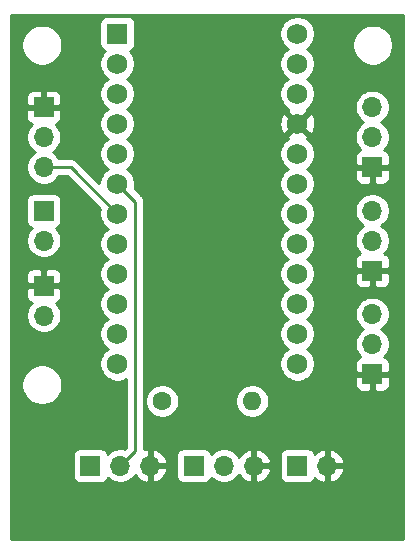
<source format=gbl>
G04 #@! TF.GenerationSoftware,KiCad,Pcbnew,(5.1.10-1-10_14)*
G04 #@! TF.CreationDate,2021-06-05T23:42:15+02:00*
G04 #@! TF.ProjectId,pro_micro_shield,70726f5f-6d69-4637-926f-5f736869656c,rev?*
G04 #@! TF.SameCoordinates,Original*
G04 #@! TF.FileFunction,Copper,L2,Bot*
G04 #@! TF.FilePolarity,Positive*
%FSLAX46Y46*%
G04 Gerber Fmt 4.6, Leading zero omitted, Abs format (unit mm)*
G04 Created by KiCad (PCBNEW (5.1.10-1-10_14)) date 2021-06-05 23:42:15*
%MOMM*%
%LPD*%
G01*
G04 APERTURE LIST*
G04 #@! TA.AperFunction,ComponentPad*
%ADD10O,1.700000X1.700000*%
G04 #@! TD*
G04 #@! TA.AperFunction,ComponentPad*
%ADD11R,1.700000X1.700000*%
G04 #@! TD*
G04 #@! TA.AperFunction,ComponentPad*
%ADD12O,1.600000X1.600000*%
G04 #@! TD*
G04 #@! TA.AperFunction,ComponentPad*
%ADD13C,1.600000*%
G04 #@! TD*
G04 #@! TA.AperFunction,ComponentPad*
%ADD14C,1.752600*%
G04 #@! TD*
G04 #@! TA.AperFunction,ComponentPad*
%ADD15R,1.752600X1.752600*%
G04 #@! TD*
G04 #@! TA.AperFunction,Conductor*
%ADD16C,0.250000*%
G04 #@! TD*
G04 #@! TA.AperFunction,Conductor*
%ADD17C,0.254000*%
G04 #@! TD*
G04 #@! TA.AperFunction,Conductor*
%ADD18C,0.100000*%
G04 #@! TD*
G04 APERTURE END LIST*
D10*
X160655000Y-90551000D03*
D11*
X160655000Y-88011000D03*
D10*
X188468000Y-96774000D03*
X188468000Y-99314000D03*
D11*
X188468000Y-101854000D03*
D10*
X188468000Y-88011000D03*
X188468000Y-90551000D03*
D11*
X188468000Y-93091000D03*
D10*
X188468000Y-79248000D03*
X188468000Y-81788000D03*
D11*
X188468000Y-84328000D03*
D10*
X178435000Y-109601000D03*
X175895000Y-109601000D03*
D11*
X173355000Y-109601000D03*
D10*
X169672000Y-109601000D03*
X167132000Y-109601000D03*
D11*
X164592000Y-109601000D03*
D10*
X184658000Y-109601000D03*
D11*
X182118000Y-109601000D03*
D10*
X160655000Y-84328000D03*
X160655000Y-81788000D03*
D11*
X160655000Y-79248000D03*
D10*
X160655000Y-96901000D03*
D11*
X160655000Y-94361000D03*
D12*
X178308000Y-104140000D03*
D13*
X170688000Y-104140000D03*
D14*
X182120000Y-73030000D03*
X166880000Y-100970000D03*
X182120000Y-75570000D03*
X182120000Y-78110000D03*
X182120000Y-80650000D03*
X182120000Y-83190000D03*
X182120000Y-85730000D03*
X182120000Y-88270000D03*
X182120000Y-90810000D03*
X182120000Y-93350000D03*
X182120000Y-95890000D03*
X182120000Y-98430000D03*
X182120000Y-100970000D03*
X166880000Y-98430000D03*
X166880000Y-95890000D03*
X166880000Y-93350000D03*
X166880000Y-90810000D03*
X166880000Y-88270000D03*
X166880000Y-85730000D03*
X166880000Y-83190000D03*
X166880000Y-80650000D03*
X166880000Y-78110000D03*
X166880000Y-75570000D03*
D15*
X166880000Y-73030000D03*
D16*
X162938000Y-84328000D02*
X166880000Y-88270000D01*
X160655000Y-84328000D02*
X162938000Y-84328000D01*
X168402000Y-108331000D02*
X168402000Y-87252000D01*
X168402000Y-87252000D02*
X166880000Y-85730000D01*
X167132000Y-109601000D02*
X168402000Y-108331000D01*
D17*
X191090001Y-73217572D02*
X191090000Y-73217582D01*
X191090001Y-115467572D01*
X191090000Y-115467582D01*
X191090000Y-115840000D01*
X157910000Y-115840000D01*
X157910000Y-102579117D01*
X158765000Y-102579117D01*
X158765000Y-102920883D01*
X158831675Y-103256081D01*
X158962463Y-103571831D01*
X159152337Y-103855998D01*
X159394002Y-104097663D01*
X159678169Y-104287537D01*
X159993919Y-104418325D01*
X160329117Y-104485000D01*
X160670883Y-104485000D01*
X161006081Y-104418325D01*
X161321831Y-104287537D01*
X161605998Y-104097663D01*
X161847663Y-103855998D01*
X162037537Y-103571831D01*
X162168325Y-103256081D01*
X162235000Y-102920883D01*
X162235000Y-102579117D01*
X162168325Y-102243919D01*
X162037537Y-101928169D01*
X161847663Y-101644002D01*
X161605998Y-101402337D01*
X161321831Y-101212463D01*
X161006081Y-101081675D01*
X160670883Y-101015000D01*
X160329117Y-101015000D01*
X159993919Y-101081675D01*
X159678169Y-101212463D01*
X159394002Y-101402337D01*
X159152337Y-101644002D01*
X158962463Y-101928169D01*
X158831675Y-102243919D01*
X158765000Y-102579117D01*
X157910000Y-102579117D01*
X157910000Y-95211000D01*
X159166928Y-95211000D01*
X159179188Y-95335482D01*
X159215498Y-95455180D01*
X159274463Y-95565494D01*
X159353815Y-95662185D01*
X159450506Y-95741537D01*
X159560820Y-95800502D01*
X159633380Y-95822513D01*
X159501525Y-95954368D01*
X159339010Y-96197589D01*
X159227068Y-96467842D01*
X159170000Y-96754740D01*
X159170000Y-97047260D01*
X159227068Y-97334158D01*
X159339010Y-97604411D01*
X159501525Y-97847632D01*
X159708368Y-98054475D01*
X159951589Y-98216990D01*
X160221842Y-98328932D01*
X160508740Y-98386000D01*
X160801260Y-98386000D01*
X161088158Y-98328932D01*
X161358411Y-98216990D01*
X161601632Y-98054475D01*
X161808475Y-97847632D01*
X161970990Y-97604411D01*
X162082932Y-97334158D01*
X162140000Y-97047260D01*
X162140000Y-96754740D01*
X162082932Y-96467842D01*
X161970990Y-96197589D01*
X161808475Y-95954368D01*
X161676620Y-95822513D01*
X161749180Y-95800502D01*
X161859494Y-95741537D01*
X161956185Y-95662185D01*
X162035537Y-95565494D01*
X162094502Y-95455180D01*
X162130812Y-95335482D01*
X162143072Y-95211000D01*
X162140000Y-94646750D01*
X161981250Y-94488000D01*
X160782000Y-94488000D01*
X160782000Y-94508000D01*
X160528000Y-94508000D01*
X160528000Y-94488000D01*
X159328750Y-94488000D01*
X159170000Y-94646750D01*
X159166928Y-95211000D01*
X157910000Y-95211000D01*
X157910000Y-93511000D01*
X159166928Y-93511000D01*
X159170000Y-94075250D01*
X159328750Y-94234000D01*
X160528000Y-94234000D01*
X160528000Y-93034750D01*
X160782000Y-93034750D01*
X160782000Y-94234000D01*
X161981250Y-94234000D01*
X162140000Y-94075250D01*
X162143072Y-93511000D01*
X162130812Y-93386518D01*
X162094502Y-93266820D01*
X162035537Y-93156506D01*
X161956185Y-93059815D01*
X161859494Y-92980463D01*
X161749180Y-92921498D01*
X161629482Y-92885188D01*
X161505000Y-92872928D01*
X160940750Y-92876000D01*
X160782000Y-93034750D01*
X160528000Y-93034750D01*
X160369250Y-92876000D01*
X159805000Y-92872928D01*
X159680518Y-92885188D01*
X159560820Y-92921498D01*
X159450506Y-92980463D01*
X159353815Y-93059815D01*
X159274463Y-93156506D01*
X159215498Y-93266820D01*
X159179188Y-93386518D01*
X159166928Y-93511000D01*
X157910000Y-93511000D01*
X157910000Y-87161000D01*
X159166928Y-87161000D01*
X159166928Y-88861000D01*
X159179188Y-88985482D01*
X159215498Y-89105180D01*
X159274463Y-89215494D01*
X159353815Y-89312185D01*
X159450506Y-89391537D01*
X159560820Y-89450502D01*
X159633380Y-89472513D01*
X159501525Y-89604368D01*
X159339010Y-89847589D01*
X159227068Y-90117842D01*
X159170000Y-90404740D01*
X159170000Y-90697260D01*
X159227068Y-90984158D01*
X159339010Y-91254411D01*
X159501525Y-91497632D01*
X159708368Y-91704475D01*
X159951589Y-91866990D01*
X160221842Y-91978932D01*
X160508740Y-92036000D01*
X160801260Y-92036000D01*
X161088158Y-91978932D01*
X161358411Y-91866990D01*
X161601632Y-91704475D01*
X161808475Y-91497632D01*
X161970990Y-91254411D01*
X162082932Y-90984158D01*
X162140000Y-90697260D01*
X162140000Y-90404740D01*
X162082932Y-90117842D01*
X161970990Y-89847589D01*
X161808475Y-89604368D01*
X161676620Y-89472513D01*
X161749180Y-89450502D01*
X161859494Y-89391537D01*
X161956185Y-89312185D01*
X162035537Y-89215494D01*
X162094502Y-89105180D01*
X162130812Y-88985482D01*
X162143072Y-88861000D01*
X162143072Y-87161000D01*
X162130812Y-87036518D01*
X162094502Y-86916820D01*
X162035537Y-86806506D01*
X161956185Y-86709815D01*
X161859494Y-86630463D01*
X161749180Y-86571498D01*
X161629482Y-86535188D01*
X161505000Y-86522928D01*
X159805000Y-86522928D01*
X159680518Y-86535188D01*
X159560820Y-86571498D01*
X159450506Y-86630463D01*
X159353815Y-86709815D01*
X159274463Y-86806506D01*
X159215498Y-86916820D01*
X159179188Y-87036518D01*
X159166928Y-87161000D01*
X157910000Y-87161000D01*
X157910000Y-80098000D01*
X159166928Y-80098000D01*
X159179188Y-80222482D01*
X159215498Y-80342180D01*
X159274463Y-80452494D01*
X159353815Y-80549185D01*
X159450506Y-80628537D01*
X159560820Y-80687502D01*
X159633380Y-80709513D01*
X159501525Y-80841368D01*
X159339010Y-81084589D01*
X159227068Y-81354842D01*
X159170000Y-81641740D01*
X159170000Y-81934260D01*
X159227068Y-82221158D01*
X159339010Y-82491411D01*
X159501525Y-82734632D01*
X159708368Y-82941475D01*
X159882760Y-83058000D01*
X159708368Y-83174525D01*
X159501525Y-83381368D01*
X159339010Y-83624589D01*
X159227068Y-83894842D01*
X159170000Y-84181740D01*
X159170000Y-84474260D01*
X159227068Y-84761158D01*
X159339010Y-85031411D01*
X159501525Y-85274632D01*
X159708368Y-85481475D01*
X159951589Y-85643990D01*
X160221842Y-85755932D01*
X160508740Y-85813000D01*
X160801260Y-85813000D01*
X161088158Y-85755932D01*
X161358411Y-85643990D01*
X161601632Y-85481475D01*
X161808475Y-85274632D01*
X161933178Y-85088000D01*
X162623199Y-85088000D01*
X165416424Y-87881225D01*
X165368700Y-88121150D01*
X165368700Y-88418850D01*
X165426778Y-88710830D01*
X165540703Y-88985869D01*
X165706096Y-89233398D01*
X165916602Y-89443904D01*
X166060420Y-89540000D01*
X165916602Y-89636096D01*
X165706096Y-89846602D01*
X165540703Y-90094131D01*
X165426778Y-90369170D01*
X165368700Y-90661150D01*
X165368700Y-90958850D01*
X165426778Y-91250830D01*
X165540703Y-91525869D01*
X165706096Y-91773398D01*
X165916602Y-91983904D01*
X166060420Y-92080000D01*
X165916602Y-92176096D01*
X165706096Y-92386602D01*
X165540703Y-92634131D01*
X165426778Y-92909170D01*
X165368700Y-93201150D01*
X165368700Y-93498850D01*
X165426778Y-93790830D01*
X165540703Y-94065869D01*
X165706096Y-94313398D01*
X165916602Y-94523904D01*
X166060420Y-94620000D01*
X165916602Y-94716096D01*
X165706096Y-94926602D01*
X165540703Y-95174131D01*
X165426778Y-95449170D01*
X165368700Y-95741150D01*
X165368700Y-96038850D01*
X165426778Y-96330830D01*
X165540703Y-96605869D01*
X165706096Y-96853398D01*
X165916602Y-97063904D01*
X166060420Y-97160000D01*
X165916602Y-97256096D01*
X165706096Y-97466602D01*
X165540703Y-97714131D01*
X165426778Y-97989170D01*
X165368700Y-98281150D01*
X165368700Y-98578850D01*
X165426778Y-98870830D01*
X165540703Y-99145869D01*
X165706096Y-99393398D01*
X165916602Y-99603904D01*
X166060420Y-99700000D01*
X165916602Y-99796096D01*
X165706096Y-100006602D01*
X165540703Y-100254131D01*
X165426778Y-100529170D01*
X165368700Y-100821150D01*
X165368700Y-101118850D01*
X165426778Y-101410830D01*
X165540703Y-101685869D01*
X165706096Y-101933398D01*
X165916602Y-102143904D01*
X166164131Y-102309297D01*
X166439170Y-102423222D01*
X166731150Y-102481300D01*
X167028850Y-102481300D01*
X167320830Y-102423222D01*
X167595869Y-102309297D01*
X167642000Y-102278473D01*
X167642000Y-108016198D01*
X167498408Y-108159790D01*
X167278260Y-108116000D01*
X166985740Y-108116000D01*
X166698842Y-108173068D01*
X166428589Y-108285010D01*
X166185368Y-108447525D01*
X166053513Y-108579380D01*
X166031502Y-108506820D01*
X165972537Y-108396506D01*
X165893185Y-108299815D01*
X165796494Y-108220463D01*
X165686180Y-108161498D01*
X165566482Y-108125188D01*
X165442000Y-108112928D01*
X163742000Y-108112928D01*
X163617518Y-108125188D01*
X163497820Y-108161498D01*
X163387506Y-108220463D01*
X163290815Y-108299815D01*
X163211463Y-108396506D01*
X163152498Y-108506820D01*
X163116188Y-108626518D01*
X163103928Y-108751000D01*
X163103928Y-110451000D01*
X163116188Y-110575482D01*
X163152498Y-110695180D01*
X163211463Y-110805494D01*
X163290815Y-110902185D01*
X163387506Y-110981537D01*
X163497820Y-111040502D01*
X163617518Y-111076812D01*
X163742000Y-111089072D01*
X165442000Y-111089072D01*
X165566482Y-111076812D01*
X165686180Y-111040502D01*
X165796494Y-110981537D01*
X165893185Y-110902185D01*
X165972537Y-110805494D01*
X166031502Y-110695180D01*
X166053513Y-110622620D01*
X166185368Y-110754475D01*
X166428589Y-110916990D01*
X166698842Y-111028932D01*
X166985740Y-111086000D01*
X167278260Y-111086000D01*
X167565158Y-111028932D01*
X167835411Y-110916990D01*
X168078632Y-110754475D01*
X168285475Y-110547632D01*
X168407195Y-110365466D01*
X168476822Y-110482355D01*
X168671731Y-110698588D01*
X168905080Y-110872641D01*
X169167901Y-110997825D01*
X169315110Y-111042476D01*
X169545000Y-110921155D01*
X169545000Y-109728000D01*
X169799000Y-109728000D01*
X169799000Y-110921155D01*
X170028890Y-111042476D01*
X170176099Y-110997825D01*
X170438920Y-110872641D01*
X170672269Y-110698588D01*
X170867178Y-110482355D01*
X171016157Y-110232252D01*
X171113481Y-109957891D01*
X170992814Y-109728000D01*
X169799000Y-109728000D01*
X169545000Y-109728000D01*
X169525000Y-109728000D01*
X169525000Y-109474000D01*
X169545000Y-109474000D01*
X169545000Y-108280845D01*
X169799000Y-108280845D01*
X169799000Y-109474000D01*
X170992814Y-109474000D01*
X171113481Y-109244109D01*
X171016157Y-108969748D01*
X170885856Y-108751000D01*
X171866928Y-108751000D01*
X171866928Y-110451000D01*
X171879188Y-110575482D01*
X171915498Y-110695180D01*
X171974463Y-110805494D01*
X172053815Y-110902185D01*
X172150506Y-110981537D01*
X172260820Y-111040502D01*
X172380518Y-111076812D01*
X172505000Y-111089072D01*
X174205000Y-111089072D01*
X174329482Y-111076812D01*
X174449180Y-111040502D01*
X174559494Y-110981537D01*
X174656185Y-110902185D01*
X174735537Y-110805494D01*
X174794502Y-110695180D01*
X174816513Y-110622620D01*
X174948368Y-110754475D01*
X175191589Y-110916990D01*
X175461842Y-111028932D01*
X175748740Y-111086000D01*
X176041260Y-111086000D01*
X176328158Y-111028932D01*
X176598411Y-110916990D01*
X176841632Y-110754475D01*
X177048475Y-110547632D01*
X177170195Y-110365466D01*
X177239822Y-110482355D01*
X177434731Y-110698588D01*
X177668080Y-110872641D01*
X177930901Y-110997825D01*
X178078110Y-111042476D01*
X178308000Y-110921155D01*
X178308000Y-109728000D01*
X178562000Y-109728000D01*
X178562000Y-110921155D01*
X178791890Y-111042476D01*
X178939099Y-110997825D01*
X179201920Y-110872641D01*
X179435269Y-110698588D01*
X179630178Y-110482355D01*
X179779157Y-110232252D01*
X179876481Y-109957891D01*
X179755814Y-109728000D01*
X178562000Y-109728000D01*
X178308000Y-109728000D01*
X178288000Y-109728000D01*
X178288000Y-109474000D01*
X178308000Y-109474000D01*
X178308000Y-108280845D01*
X178562000Y-108280845D01*
X178562000Y-109474000D01*
X179755814Y-109474000D01*
X179876481Y-109244109D01*
X179779157Y-108969748D01*
X179648856Y-108751000D01*
X180629928Y-108751000D01*
X180629928Y-110451000D01*
X180642188Y-110575482D01*
X180678498Y-110695180D01*
X180737463Y-110805494D01*
X180816815Y-110902185D01*
X180913506Y-110981537D01*
X181023820Y-111040502D01*
X181143518Y-111076812D01*
X181268000Y-111089072D01*
X182968000Y-111089072D01*
X183092482Y-111076812D01*
X183212180Y-111040502D01*
X183322494Y-110981537D01*
X183419185Y-110902185D01*
X183498537Y-110805494D01*
X183557502Y-110695180D01*
X183581966Y-110614534D01*
X183657731Y-110698588D01*
X183891080Y-110872641D01*
X184153901Y-110997825D01*
X184301110Y-111042476D01*
X184531000Y-110921155D01*
X184531000Y-109728000D01*
X184785000Y-109728000D01*
X184785000Y-110921155D01*
X185014890Y-111042476D01*
X185162099Y-110997825D01*
X185424920Y-110872641D01*
X185658269Y-110698588D01*
X185853178Y-110482355D01*
X186002157Y-110232252D01*
X186099481Y-109957891D01*
X185978814Y-109728000D01*
X184785000Y-109728000D01*
X184531000Y-109728000D01*
X184511000Y-109728000D01*
X184511000Y-109474000D01*
X184531000Y-109474000D01*
X184531000Y-108280845D01*
X184785000Y-108280845D01*
X184785000Y-109474000D01*
X185978814Y-109474000D01*
X186099481Y-109244109D01*
X186002157Y-108969748D01*
X185853178Y-108719645D01*
X185658269Y-108503412D01*
X185424920Y-108329359D01*
X185162099Y-108204175D01*
X185014890Y-108159524D01*
X184785000Y-108280845D01*
X184531000Y-108280845D01*
X184301110Y-108159524D01*
X184153901Y-108204175D01*
X183891080Y-108329359D01*
X183657731Y-108503412D01*
X183581966Y-108587466D01*
X183557502Y-108506820D01*
X183498537Y-108396506D01*
X183419185Y-108299815D01*
X183322494Y-108220463D01*
X183212180Y-108161498D01*
X183092482Y-108125188D01*
X182968000Y-108112928D01*
X181268000Y-108112928D01*
X181143518Y-108125188D01*
X181023820Y-108161498D01*
X180913506Y-108220463D01*
X180816815Y-108299815D01*
X180737463Y-108396506D01*
X180678498Y-108506820D01*
X180642188Y-108626518D01*
X180629928Y-108751000D01*
X179648856Y-108751000D01*
X179630178Y-108719645D01*
X179435269Y-108503412D01*
X179201920Y-108329359D01*
X178939099Y-108204175D01*
X178791890Y-108159524D01*
X178562000Y-108280845D01*
X178308000Y-108280845D01*
X178078110Y-108159524D01*
X177930901Y-108204175D01*
X177668080Y-108329359D01*
X177434731Y-108503412D01*
X177239822Y-108719645D01*
X177170195Y-108836534D01*
X177048475Y-108654368D01*
X176841632Y-108447525D01*
X176598411Y-108285010D01*
X176328158Y-108173068D01*
X176041260Y-108116000D01*
X175748740Y-108116000D01*
X175461842Y-108173068D01*
X175191589Y-108285010D01*
X174948368Y-108447525D01*
X174816513Y-108579380D01*
X174794502Y-108506820D01*
X174735537Y-108396506D01*
X174656185Y-108299815D01*
X174559494Y-108220463D01*
X174449180Y-108161498D01*
X174329482Y-108125188D01*
X174205000Y-108112928D01*
X172505000Y-108112928D01*
X172380518Y-108125188D01*
X172260820Y-108161498D01*
X172150506Y-108220463D01*
X172053815Y-108299815D01*
X171974463Y-108396506D01*
X171915498Y-108506820D01*
X171879188Y-108626518D01*
X171866928Y-108751000D01*
X170885856Y-108751000D01*
X170867178Y-108719645D01*
X170672269Y-108503412D01*
X170438920Y-108329359D01*
X170176099Y-108204175D01*
X170028890Y-108159524D01*
X169799000Y-108280845D01*
X169545000Y-108280845D01*
X169315110Y-108159524D01*
X169167901Y-108204175D01*
X169162000Y-108206986D01*
X169162000Y-103998665D01*
X169253000Y-103998665D01*
X169253000Y-104281335D01*
X169308147Y-104558574D01*
X169416320Y-104819727D01*
X169573363Y-105054759D01*
X169773241Y-105254637D01*
X170008273Y-105411680D01*
X170269426Y-105519853D01*
X170546665Y-105575000D01*
X170829335Y-105575000D01*
X171106574Y-105519853D01*
X171367727Y-105411680D01*
X171602759Y-105254637D01*
X171802637Y-105054759D01*
X171959680Y-104819727D01*
X172067853Y-104558574D01*
X172123000Y-104281335D01*
X172123000Y-103998665D01*
X176873000Y-103998665D01*
X176873000Y-104281335D01*
X176928147Y-104558574D01*
X177036320Y-104819727D01*
X177193363Y-105054759D01*
X177393241Y-105254637D01*
X177628273Y-105411680D01*
X177889426Y-105519853D01*
X178166665Y-105575000D01*
X178449335Y-105575000D01*
X178726574Y-105519853D01*
X178987727Y-105411680D01*
X179222759Y-105254637D01*
X179422637Y-105054759D01*
X179579680Y-104819727D01*
X179687853Y-104558574D01*
X179743000Y-104281335D01*
X179743000Y-103998665D01*
X179687853Y-103721426D01*
X179579680Y-103460273D01*
X179422637Y-103225241D01*
X179222759Y-103025363D01*
X178987727Y-102868320D01*
X178726574Y-102760147D01*
X178449335Y-102705000D01*
X178166665Y-102705000D01*
X177889426Y-102760147D01*
X177628273Y-102868320D01*
X177393241Y-103025363D01*
X177193363Y-103225241D01*
X177036320Y-103460273D01*
X176928147Y-103721426D01*
X176873000Y-103998665D01*
X172123000Y-103998665D01*
X172067853Y-103721426D01*
X171959680Y-103460273D01*
X171802637Y-103225241D01*
X171602759Y-103025363D01*
X171367727Y-102868320D01*
X171106574Y-102760147D01*
X170829335Y-102705000D01*
X170546665Y-102705000D01*
X170269426Y-102760147D01*
X170008273Y-102868320D01*
X169773241Y-103025363D01*
X169573363Y-103225241D01*
X169416320Y-103460273D01*
X169308147Y-103721426D01*
X169253000Y-103998665D01*
X169162000Y-103998665D01*
X169162000Y-102704000D01*
X186979928Y-102704000D01*
X186992188Y-102828482D01*
X187028498Y-102948180D01*
X187087463Y-103058494D01*
X187166815Y-103155185D01*
X187263506Y-103234537D01*
X187373820Y-103293502D01*
X187493518Y-103329812D01*
X187618000Y-103342072D01*
X188182250Y-103339000D01*
X188341000Y-103180250D01*
X188341000Y-101981000D01*
X188595000Y-101981000D01*
X188595000Y-103180250D01*
X188753750Y-103339000D01*
X189318000Y-103342072D01*
X189442482Y-103329812D01*
X189562180Y-103293502D01*
X189672494Y-103234537D01*
X189769185Y-103155185D01*
X189848537Y-103058494D01*
X189907502Y-102948180D01*
X189943812Y-102828482D01*
X189956072Y-102704000D01*
X189953000Y-102139750D01*
X189794250Y-101981000D01*
X188595000Y-101981000D01*
X188341000Y-101981000D01*
X187141750Y-101981000D01*
X186983000Y-102139750D01*
X186979928Y-102704000D01*
X169162000Y-102704000D01*
X169162000Y-87289322D01*
X169165676Y-87251999D01*
X169162000Y-87214676D01*
X169162000Y-87214667D01*
X169151003Y-87103014D01*
X169107546Y-86959753D01*
X169092018Y-86930703D01*
X169036974Y-86827723D01*
X168965799Y-86740997D01*
X168942001Y-86711999D01*
X168913003Y-86688201D01*
X168343576Y-86118775D01*
X168391300Y-85878850D01*
X168391300Y-85581150D01*
X168333222Y-85289170D01*
X168219297Y-85014131D01*
X168053904Y-84766602D01*
X167843398Y-84556096D01*
X167699580Y-84460000D01*
X167843398Y-84363904D01*
X168053904Y-84153398D01*
X168219297Y-83905869D01*
X168333222Y-83630830D01*
X168391300Y-83338850D01*
X168391300Y-83041150D01*
X180608700Y-83041150D01*
X180608700Y-83338850D01*
X180666778Y-83630830D01*
X180780703Y-83905869D01*
X180946096Y-84153398D01*
X181156602Y-84363904D01*
X181300420Y-84460000D01*
X181156602Y-84556096D01*
X180946096Y-84766602D01*
X180780703Y-85014131D01*
X180666778Y-85289170D01*
X180608700Y-85581150D01*
X180608700Y-85878850D01*
X180666778Y-86170830D01*
X180780703Y-86445869D01*
X180946096Y-86693398D01*
X181156602Y-86903904D01*
X181300420Y-87000000D01*
X181156602Y-87096096D01*
X180946096Y-87306602D01*
X180780703Y-87554131D01*
X180666778Y-87829170D01*
X180608700Y-88121150D01*
X180608700Y-88418850D01*
X180666778Y-88710830D01*
X180780703Y-88985869D01*
X180946096Y-89233398D01*
X181156602Y-89443904D01*
X181300420Y-89540000D01*
X181156602Y-89636096D01*
X180946096Y-89846602D01*
X180780703Y-90094131D01*
X180666778Y-90369170D01*
X180608700Y-90661150D01*
X180608700Y-90958850D01*
X180666778Y-91250830D01*
X180780703Y-91525869D01*
X180946096Y-91773398D01*
X181156602Y-91983904D01*
X181300420Y-92080000D01*
X181156602Y-92176096D01*
X180946096Y-92386602D01*
X180780703Y-92634131D01*
X180666778Y-92909170D01*
X180608700Y-93201150D01*
X180608700Y-93498850D01*
X180666778Y-93790830D01*
X180780703Y-94065869D01*
X180946096Y-94313398D01*
X181156602Y-94523904D01*
X181300420Y-94620000D01*
X181156602Y-94716096D01*
X180946096Y-94926602D01*
X180780703Y-95174131D01*
X180666778Y-95449170D01*
X180608700Y-95741150D01*
X180608700Y-96038850D01*
X180666778Y-96330830D01*
X180780703Y-96605869D01*
X180946096Y-96853398D01*
X181156602Y-97063904D01*
X181300420Y-97160000D01*
X181156602Y-97256096D01*
X180946096Y-97466602D01*
X180780703Y-97714131D01*
X180666778Y-97989170D01*
X180608700Y-98281150D01*
X180608700Y-98578850D01*
X180666778Y-98870830D01*
X180780703Y-99145869D01*
X180946096Y-99393398D01*
X181156602Y-99603904D01*
X181300420Y-99700000D01*
X181156602Y-99796096D01*
X180946096Y-100006602D01*
X180780703Y-100254131D01*
X180666778Y-100529170D01*
X180608700Y-100821150D01*
X180608700Y-101118850D01*
X180666778Y-101410830D01*
X180780703Y-101685869D01*
X180946096Y-101933398D01*
X181156602Y-102143904D01*
X181404131Y-102309297D01*
X181679170Y-102423222D01*
X181971150Y-102481300D01*
X182268850Y-102481300D01*
X182560830Y-102423222D01*
X182835869Y-102309297D01*
X183083398Y-102143904D01*
X183293904Y-101933398D01*
X183459297Y-101685869D01*
X183573222Y-101410830D01*
X183631300Y-101118850D01*
X183631300Y-101004000D01*
X186979928Y-101004000D01*
X186983000Y-101568250D01*
X187141750Y-101727000D01*
X188341000Y-101727000D01*
X188341000Y-101707000D01*
X188595000Y-101707000D01*
X188595000Y-101727000D01*
X189794250Y-101727000D01*
X189953000Y-101568250D01*
X189956072Y-101004000D01*
X189943812Y-100879518D01*
X189907502Y-100759820D01*
X189848537Y-100649506D01*
X189769185Y-100552815D01*
X189672494Y-100473463D01*
X189562180Y-100414498D01*
X189489620Y-100392487D01*
X189621475Y-100260632D01*
X189783990Y-100017411D01*
X189895932Y-99747158D01*
X189953000Y-99460260D01*
X189953000Y-99167740D01*
X189895932Y-98880842D01*
X189783990Y-98610589D01*
X189621475Y-98367368D01*
X189414632Y-98160525D01*
X189240240Y-98044000D01*
X189414632Y-97927475D01*
X189621475Y-97720632D01*
X189783990Y-97477411D01*
X189895932Y-97207158D01*
X189953000Y-96920260D01*
X189953000Y-96627740D01*
X189895932Y-96340842D01*
X189783990Y-96070589D01*
X189621475Y-95827368D01*
X189414632Y-95620525D01*
X189171411Y-95458010D01*
X188901158Y-95346068D01*
X188614260Y-95289000D01*
X188321740Y-95289000D01*
X188034842Y-95346068D01*
X187764589Y-95458010D01*
X187521368Y-95620525D01*
X187314525Y-95827368D01*
X187152010Y-96070589D01*
X187040068Y-96340842D01*
X186983000Y-96627740D01*
X186983000Y-96920260D01*
X187040068Y-97207158D01*
X187152010Y-97477411D01*
X187314525Y-97720632D01*
X187521368Y-97927475D01*
X187695760Y-98044000D01*
X187521368Y-98160525D01*
X187314525Y-98367368D01*
X187152010Y-98610589D01*
X187040068Y-98880842D01*
X186983000Y-99167740D01*
X186983000Y-99460260D01*
X187040068Y-99747158D01*
X187152010Y-100017411D01*
X187314525Y-100260632D01*
X187446380Y-100392487D01*
X187373820Y-100414498D01*
X187263506Y-100473463D01*
X187166815Y-100552815D01*
X187087463Y-100649506D01*
X187028498Y-100759820D01*
X186992188Y-100879518D01*
X186979928Y-101004000D01*
X183631300Y-101004000D01*
X183631300Y-100821150D01*
X183573222Y-100529170D01*
X183459297Y-100254131D01*
X183293904Y-100006602D01*
X183083398Y-99796096D01*
X182939580Y-99700000D01*
X183083398Y-99603904D01*
X183293904Y-99393398D01*
X183459297Y-99145869D01*
X183573222Y-98870830D01*
X183631300Y-98578850D01*
X183631300Y-98281150D01*
X183573222Y-97989170D01*
X183459297Y-97714131D01*
X183293904Y-97466602D01*
X183083398Y-97256096D01*
X182939580Y-97160000D01*
X183083398Y-97063904D01*
X183293904Y-96853398D01*
X183459297Y-96605869D01*
X183573222Y-96330830D01*
X183631300Y-96038850D01*
X183631300Y-95741150D01*
X183573222Y-95449170D01*
X183459297Y-95174131D01*
X183293904Y-94926602D01*
X183083398Y-94716096D01*
X182939580Y-94620000D01*
X183083398Y-94523904D01*
X183293904Y-94313398D01*
X183459297Y-94065869D01*
X183511019Y-93941000D01*
X186979928Y-93941000D01*
X186992188Y-94065482D01*
X187028498Y-94185180D01*
X187087463Y-94295494D01*
X187166815Y-94392185D01*
X187263506Y-94471537D01*
X187373820Y-94530502D01*
X187493518Y-94566812D01*
X187618000Y-94579072D01*
X188182250Y-94576000D01*
X188341000Y-94417250D01*
X188341000Y-93218000D01*
X188595000Y-93218000D01*
X188595000Y-94417250D01*
X188753750Y-94576000D01*
X189318000Y-94579072D01*
X189442482Y-94566812D01*
X189562180Y-94530502D01*
X189672494Y-94471537D01*
X189769185Y-94392185D01*
X189848537Y-94295494D01*
X189907502Y-94185180D01*
X189943812Y-94065482D01*
X189956072Y-93941000D01*
X189953000Y-93376750D01*
X189794250Y-93218000D01*
X188595000Y-93218000D01*
X188341000Y-93218000D01*
X187141750Y-93218000D01*
X186983000Y-93376750D01*
X186979928Y-93941000D01*
X183511019Y-93941000D01*
X183573222Y-93790830D01*
X183631300Y-93498850D01*
X183631300Y-93201150D01*
X183573222Y-92909170D01*
X183459297Y-92634131D01*
X183293904Y-92386602D01*
X183148302Y-92241000D01*
X186979928Y-92241000D01*
X186983000Y-92805250D01*
X187141750Y-92964000D01*
X188341000Y-92964000D01*
X188341000Y-92944000D01*
X188595000Y-92944000D01*
X188595000Y-92964000D01*
X189794250Y-92964000D01*
X189953000Y-92805250D01*
X189956072Y-92241000D01*
X189943812Y-92116518D01*
X189907502Y-91996820D01*
X189848537Y-91886506D01*
X189769185Y-91789815D01*
X189672494Y-91710463D01*
X189562180Y-91651498D01*
X189489620Y-91629487D01*
X189621475Y-91497632D01*
X189783990Y-91254411D01*
X189895932Y-90984158D01*
X189953000Y-90697260D01*
X189953000Y-90404740D01*
X189895932Y-90117842D01*
X189783990Y-89847589D01*
X189621475Y-89604368D01*
X189414632Y-89397525D01*
X189240240Y-89281000D01*
X189414632Y-89164475D01*
X189621475Y-88957632D01*
X189783990Y-88714411D01*
X189895932Y-88444158D01*
X189953000Y-88157260D01*
X189953000Y-87864740D01*
X189895932Y-87577842D01*
X189783990Y-87307589D01*
X189621475Y-87064368D01*
X189414632Y-86857525D01*
X189171411Y-86695010D01*
X188901158Y-86583068D01*
X188614260Y-86526000D01*
X188321740Y-86526000D01*
X188034842Y-86583068D01*
X187764589Y-86695010D01*
X187521368Y-86857525D01*
X187314525Y-87064368D01*
X187152010Y-87307589D01*
X187040068Y-87577842D01*
X186983000Y-87864740D01*
X186983000Y-88157260D01*
X187040068Y-88444158D01*
X187152010Y-88714411D01*
X187314525Y-88957632D01*
X187521368Y-89164475D01*
X187695760Y-89281000D01*
X187521368Y-89397525D01*
X187314525Y-89604368D01*
X187152010Y-89847589D01*
X187040068Y-90117842D01*
X186983000Y-90404740D01*
X186983000Y-90697260D01*
X187040068Y-90984158D01*
X187152010Y-91254411D01*
X187314525Y-91497632D01*
X187446380Y-91629487D01*
X187373820Y-91651498D01*
X187263506Y-91710463D01*
X187166815Y-91789815D01*
X187087463Y-91886506D01*
X187028498Y-91996820D01*
X186992188Y-92116518D01*
X186979928Y-92241000D01*
X183148302Y-92241000D01*
X183083398Y-92176096D01*
X182939580Y-92080000D01*
X183083398Y-91983904D01*
X183293904Y-91773398D01*
X183459297Y-91525869D01*
X183573222Y-91250830D01*
X183631300Y-90958850D01*
X183631300Y-90661150D01*
X183573222Y-90369170D01*
X183459297Y-90094131D01*
X183293904Y-89846602D01*
X183083398Y-89636096D01*
X182939580Y-89540000D01*
X183083398Y-89443904D01*
X183293904Y-89233398D01*
X183459297Y-88985869D01*
X183573222Y-88710830D01*
X183631300Y-88418850D01*
X183631300Y-88121150D01*
X183573222Y-87829170D01*
X183459297Y-87554131D01*
X183293904Y-87306602D01*
X183083398Y-87096096D01*
X182939580Y-87000000D01*
X183083398Y-86903904D01*
X183293904Y-86693398D01*
X183459297Y-86445869D01*
X183573222Y-86170830D01*
X183631300Y-85878850D01*
X183631300Y-85581150D01*
X183573222Y-85289170D01*
X183527174Y-85178000D01*
X186979928Y-85178000D01*
X186992188Y-85302482D01*
X187028498Y-85422180D01*
X187087463Y-85532494D01*
X187166815Y-85629185D01*
X187263506Y-85708537D01*
X187373820Y-85767502D01*
X187493518Y-85803812D01*
X187618000Y-85816072D01*
X188182250Y-85813000D01*
X188341000Y-85654250D01*
X188341000Y-84455000D01*
X188595000Y-84455000D01*
X188595000Y-85654250D01*
X188753750Y-85813000D01*
X189318000Y-85816072D01*
X189442482Y-85803812D01*
X189562180Y-85767502D01*
X189672494Y-85708537D01*
X189769185Y-85629185D01*
X189848537Y-85532494D01*
X189907502Y-85422180D01*
X189943812Y-85302482D01*
X189956072Y-85178000D01*
X189953000Y-84613750D01*
X189794250Y-84455000D01*
X188595000Y-84455000D01*
X188341000Y-84455000D01*
X187141750Y-84455000D01*
X186983000Y-84613750D01*
X186979928Y-85178000D01*
X183527174Y-85178000D01*
X183459297Y-85014131D01*
X183293904Y-84766602D01*
X183083398Y-84556096D01*
X182939580Y-84460000D01*
X183083398Y-84363904D01*
X183293904Y-84153398D01*
X183459297Y-83905869D01*
X183573222Y-83630830D01*
X183603621Y-83478000D01*
X186979928Y-83478000D01*
X186983000Y-84042250D01*
X187141750Y-84201000D01*
X188341000Y-84201000D01*
X188341000Y-84181000D01*
X188595000Y-84181000D01*
X188595000Y-84201000D01*
X189794250Y-84201000D01*
X189953000Y-84042250D01*
X189956072Y-83478000D01*
X189943812Y-83353518D01*
X189907502Y-83233820D01*
X189848537Y-83123506D01*
X189769185Y-83026815D01*
X189672494Y-82947463D01*
X189562180Y-82888498D01*
X189489620Y-82866487D01*
X189621475Y-82734632D01*
X189783990Y-82491411D01*
X189895932Y-82221158D01*
X189953000Y-81934260D01*
X189953000Y-81641740D01*
X189895932Y-81354842D01*
X189783990Y-81084589D01*
X189621475Y-80841368D01*
X189414632Y-80634525D01*
X189240240Y-80518000D01*
X189414632Y-80401475D01*
X189621475Y-80194632D01*
X189783990Y-79951411D01*
X189895932Y-79681158D01*
X189953000Y-79394260D01*
X189953000Y-79101740D01*
X189895932Y-78814842D01*
X189783990Y-78544589D01*
X189621475Y-78301368D01*
X189414632Y-78094525D01*
X189171411Y-77932010D01*
X188901158Y-77820068D01*
X188614260Y-77763000D01*
X188321740Y-77763000D01*
X188034842Y-77820068D01*
X187764589Y-77932010D01*
X187521368Y-78094525D01*
X187314525Y-78301368D01*
X187152010Y-78544589D01*
X187040068Y-78814842D01*
X186983000Y-79101740D01*
X186983000Y-79394260D01*
X187040068Y-79681158D01*
X187152010Y-79951411D01*
X187314525Y-80194632D01*
X187521368Y-80401475D01*
X187695760Y-80518000D01*
X187521368Y-80634525D01*
X187314525Y-80841368D01*
X187152010Y-81084589D01*
X187040068Y-81354842D01*
X186983000Y-81641740D01*
X186983000Y-81934260D01*
X187040068Y-82221158D01*
X187152010Y-82491411D01*
X187314525Y-82734632D01*
X187446380Y-82866487D01*
X187373820Y-82888498D01*
X187263506Y-82947463D01*
X187166815Y-83026815D01*
X187087463Y-83123506D01*
X187028498Y-83233820D01*
X186992188Y-83353518D01*
X186979928Y-83478000D01*
X183603621Y-83478000D01*
X183631300Y-83338850D01*
X183631300Y-83041150D01*
X183573222Y-82749170D01*
X183459297Y-82474131D01*
X183293904Y-82226602D01*
X183083398Y-82016096D01*
X182920191Y-81907045D01*
X182987563Y-81697169D01*
X182120000Y-80829605D01*
X181252437Y-81697169D01*
X181319809Y-81907045D01*
X181156602Y-82016096D01*
X180946096Y-82226602D01*
X180780703Y-82474131D01*
X180666778Y-82749170D01*
X180608700Y-83041150D01*
X168391300Y-83041150D01*
X168333222Y-82749170D01*
X168219297Y-82474131D01*
X168053904Y-82226602D01*
X167843398Y-82016096D01*
X167699580Y-81920000D01*
X167843398Y-81823904D01*
X168053904Y-81613398D01*
X168219297Y-81365869D01*
X168333222Y-81090830D01*
X168391300Y-80798850D01*
X168391300Y-80717491D01*
X180602887Y-80717491D01*
X180645204Y-81012167D01*
X180744198Y-81292927D01*
X180821071Y-81436746D01*
X181072831Y-81517563D01*
X181940395Y-80650000D01*
X182299605Y-80650000D01*
X183167169Y-81517563D01*
X183418929Y-81436746D01*
X183547457Y-81168221D01*
X183621129Y-80879781D01*
X183637113Y-80582509D01*
X183594796Y-80287833D01*
X183495802Y-80007073D01*
X183418929Y-79863254D01*
X183167169Y-79782437D01*
X182299605Y-80650000D01*
X181940395Y-80650000D01*
X181072831Y-79782437D01*
X180821071Y-79863254D01*
X180692543Y-80131779D01*
X180618871Y-80420219D01*
X180602887Y-80717491D01*
X168391300Y-80717491D01*
X168391300Y-80501150D01*
X168333222Y-80209170D01*
X168219297Y-79934131D01*
X168053904Y-79686602D01*
X167843398Y-79476096D01*
X167699580Y-79380000D01*
X167843398Y-79283904D01*
X168053904Y-79073398D01*
X168219297Y-78825869D01*
X168333222Y-78550830D01*
X168391300Y-78258850D01*
X168391300Y-77961150D01*
X168333222Y-77669170D01*
X168219297Y-77394131D01*
X168053904Y-77146602D01*
X167843398Y-76936096D01*
X167699580Y-76840000D01*
X167843398Y-76743904D01*
X168053904Y-76533398D01*
X168219297Y-76285869D01*
X168333222Y-76010830D01*
X168391300Y-75718850D01*
X168391300Y-75421150D01*
X168333222Y-75129170D01*
X168219297Y-74854131D01*
X168053904Y-74606602D01*
X167956458Y-74509156D01*
X168000480Y-74495802D01*
X168110794Y-74436837D01*
X168207485Y-74357485D01*
X168286837Y-74260794D01*
X168345802Y-74150480D01*
X168382112Y-74030782D01*
X168394372Y-73906300D01*
X168394372Y-72881150D01*
X180608700Y-72881150D01*
X180608700Y-73178850D01*
X180666778Y-73470830D01*
X180780703Y-73745869D01*
X180946096Y-73993398D01*
X181156602Y-74203904D01*
X181300420Y-74300000D01*
X181156602Y-74396096D01*
X180946096Y-74606602D01*
X180780703Y-74854131D01*
X180666778Y-75129170D01*
X180608700Y-75421150D01*
X180608700Y-75718850D01*
X180666778Y-76010830D01*
X180780703Y-76285869D01*
X180946096Y-76533398D01*
X181156602Y-76743904D01*
X181300420Y-76840000D01*
X181156602Y-76936096D01*
X180946096Y-77146602D01*
X180780703Y-77394131D01*
X180666778Y-77669170D01*
X180608700Y-77961150D01*
X180608700Y-78258850D01*
X180666778Y-78550830D01*
X180780703Y-78825869D01*
X180946096Y-79073398D01*
X181156602Y-79283904D01*
X181319809Y-79392955D01*
X181252437Y-79602831D01*
X182120000Y-80470395D01*
X182987563Y-79602831D01*
X182920191Y-79392955D01*
X183083398Y-79283904D01*
X183293904Y-79073398D01*
X183459297Y-78825869D01*
X183573222Y-78550830D01*
X183631300Y-78258850D01*
X183631300Y-77961150D01*
X183573222Y-77669170D01*
X183459297Y-77394131D01*
X183293904Y-77146602D01*
X183083398Y-76936096D01*
X182939580Y-76840000D01*
X183083398Y-76743904D01*
X183293904Y-76533398D01*
X183459297Y-76285869D01*
X183573222Y-76010830D01*
X183631300Y-75718850D01*
X183631300Y-75421150D01*
X183573222Y-75129170D01*
X183459297Y-74854131D01*
X183293904Y-74606602D01*
X183083398Y-74396096D01*
X182939580Y-74300000D01*
X183083398Y-74203904D01*
X183293904Y-73993398D01*
X183403672Y-73829117D01*
X186765000Y-73829117D01*
X186765000Y-74170883D01*
X186831675Y-74506081D01*
X186962463Y-74821831D01*
X187152337Y-75105998D01*
X187394002Y-75347663D01*
X187678169Y-75537537D01*
X187993919Y-75668325D01*
X188329117Y-75735000D01*
X188670883Y-75735000D01*
X189006081Y-75668325D01*
X189321831Y-75537537D01*
X189605998Y-75347663D01*
X189847663Y-75105998D01*
X190037537Y-74821831D01*
X190168325Y-74506081D01*
X190235000Y-74170883D01*
X190235000Y-73829117D01*
X190168325Y-73493919D01*
X190037537Y-73178169D01*
X189847663Y-72894002D01*
X189605998Y-72652337D01*
X189321831Y-72462463D01*
X189006081Y-72331675D01*
X188670883Y-72265000D01*
X188329117Y-72265000D01*
X187993919Y-72331675D01*
X187678169Y-72462463D01*
X187394002Y-72652337D01*
X187152337Y-72894002D01*
X186962463Y-73178169D01*
X186831675Y-73493919D01*
X186765000Y-73829117D01*
X183403672Y-73829117D01*
X183459297Y-73745869D01*
X183573222Y-73470830D01*
X183631300Y-73178850D01*
X183631300Y-72881150D01*
X183573222Y-72589170D01*
X183459297Y-72314131D01*
X183293904Y-72066602D01*
X183083398Y-71856096D01*
X182835869Y-71690703D01*
X182560830Y-71576778D01*
X182268850Y-71518700D01*
X181971150Y-71518700D01*
X181679170Y-71576778D01*
X181404131Y-71690703D01*
X181156602Y-71856096D01*
X180946096Y-72066602D01*
X180780703Y-72314131D01*
X180666778Y-72589170D01*
X180608700Y-72881150D01*
X168394372Y-72881150D01*
X168394372Y-72153700D01*
X168382112Y-72029218D01*
X168345802Y-71909520D01*
X168286837Y-71799206D01*
X168207485Y-71702515D01*
X168110794Y-71623163D01*
X168000480Y-71564198D01*
X167880782Y-71527888D01*
X167756300Y-71515628D01*
X166003700Y-71515628D01*
X165879218Y-71527888D01*
X165759520Y-71564198D01*
X165649206Y-71623163D01*
X165552515Y-71702515D01*
X165473163Y-71799206D01*
X165414198Y-71909520D01*
X165377888Y-72029218D01*
X165365628Y-72153700D01*
X165365628Y-73906300D01*
X165377888Y-74030782D01*
X165414198Y-74150480D01*
X165473163Y-74260794D01*
X165552515Y-74357485D01*
X165649206Y-74436837D01*
X165759520Y-74495802D01*
X165803542Y-74509156D01*
X165706096Y-74606602D01*
X165540703Y-74854131D01*
X165426778Y-75129170D01*
X165368700Y-75421150D01*
X165368700Y-75718850D01*
X165426778Y-76010830D01*
X165540703Y-76285869D01*
X165706096Y-76533398D01*
X165916602Y-76743904D01*
X166060420Y-76840000D01*
X165916602Y-76936096D01*
X165706096Y-77146602D01*
X165540703Y-77394131D01*
X165426778Y-77669170D01*
X165368700Y-77961150D01*
X165368700Y-78258850D01*
X165426778Y-78550830D01*
X165540703Y-78825869D01*
X165706096Y-79073398D01*
X165916602Y-79283904D01*
X166060420Y-79380000D01*
X165916602Y-79476096D01*
X165706096Y-79686602D01*
X165540703Y-79934131D01*
X165426778Y-80209170D01*
X165368700Y-80501150D01*
X165368700Y-80798850D01*
X165426778Y-81090830D01*
X165540703Y-81365869D01*
X165706096Y-81613398D01*
X165916602Y-81823904D01*
X166060420Y-81920000D01*
X165916602Y-82016096D01*
X165706096Y-82226602D01*
X165540703Y-82474131D01*
X165426778Y-82749170D01*
X165368700Y-83041150D01*
X165368700Y-83338850D01*
X165426778Y-83630830D01*
X165540703Y-83905869D01*
X165706096Y-84153398D01*
X165916602Y-84363904D01*
X166060420Y-84460000D01*
X165916602Y-84556096D01*
X165706096Y-84766602D01*
X165540703Y-85014131D01*
X165426778Y-85289170D01*
X165368700Y-85581150D01*
X165368700Y-85683899D01*
X163501804Y-83817003D01*
X163478001Y-83787999D01*
X163362276Y-83693026D01*
X163230247Y-83622454D01*
X163086986Y-83578997D01*
X162975333Y-83568000D01*
X162975322Y-83568000D01*
X162938000Y-83564324D01*
X162900678Y-83568000D01*
X161933178Y-83568000D01*
X161808475Y-83381368D01*
X161601632Y-83174525D01*
X161427240Y-83058000D01*
X161601632Y-82941475D01*
X161808475Y-82734632D01*
X161970990Y-82491411D01*
X162082932Y-82221158D01*
X162140000Y-81934260D01*
X162140000Y-81641740D01*
X162082932Y-81354842D01*
X161970990Y-81084589D01*
X161808475Y-80841368D01*
X161676620Y-80709513D01*
X161749180Y-80687502D01*
X161859494Y-80628537D01*
X161956185Y-80549185D01*
X162035537Y-80452494D01*
X162094502Y-80342180D01*
X162130812Y-80222482D01*
X162143072Y-80098000D01*
X162140000Y-79533750D01*
X161981250Y-79375000D01*
X160782000Y-79375000D01*
X160782000Y-79395000D01*
X160528000Y-79395000D01*
X160528000Y-79375000D01*
X159328750Y-79375000D01*
X159170000Y-79533750D01*
X159166928Y-80098000D01*
X157910000Y-80098000D01*
X157910000Y-78398000D01*
X159166928Y-78398000D01*
X159170000Y-78962250D01*
X159328750Y-79121000D01*
X160528000Y-79121000D01*
X160528000Y-77921750D01*
X160782000Y-77921750D01*
X160782000Y-79121000D01*
X161981250Y-79121000D01*
X162140000Y-78962250D01*
X162143072Y-78398000D01*
X162130812Y-78273518D01*
X162094502Y-78153820D01*
X162035537Y-78043506D01*
X161956185Y-77946815D01*
X161859494Y-77867463D01*
X161749180Y-77808498D01*
X161629482Y-77772188D01*
X161505000Y-77759928D01*
X160940750Y-77763000D01*
X160782000Y-77921750D01*
X160528000Y-77921750D01*
X160369250Y-77763000D01*
X159805000Y-77759928D01*
X159680518Y-77772188D01*
X159560820Y-77808498D01*
X159450506Y-77867463D01*
X159353815Y-77946815D01*
X159274463Y-78043506D01*
X159215498Y-78153820D01*
X159179188Y-78273518D01*
X159166928Y-78398000D01*
X157910000Y-78398000D01*
X157910000Y-73829117D01*
X158765000Y-73829117D01*
X158765000Y-74170883D01*
X158831675Y-74506081D01*
X158962463Y-74821831D01*
X159152337Y-75105998D01*
X159394002Y-75347663D01*
X159678169Y-75537537D01*
X159993919Y-75668325D01*
X160329117Y-75735000D01*
X160670883Y-75735000D01*
X161006081Y-75668325D01*
X161321831Y-75537537D01*
X161605998Y-75347663D01*
X161847663Y-75105998D01*
X162037537Y-74821831D01*
X162168325Y-74506081D01*
X162235000Y-74170883D01*
X162235000Y-73829117D01*
X162168325Y-73493919D01*
X162037537Y-73178169D01*
X161847663Y-72894002D01*
X161605998Y-72652337D01*
X161321831Y-72462463D01*
X161006081Y-72331675D01*
X160670883Y-72265000D01*
X160329117Y-72265000D01*
X159993919Y-72331675D01*
X159678169Y-72462463D01*
X159394002Y-72652337D01*
X159152337Y-72894002D01*
X158962463Y-73178169D01*
X158831675Y-73493919D01*
X158765000Y-73829117D01*
X157910000Y-73829117D01*
X157910000Y-71410000D01*
X191090000Y-71410000D01*
X191090001Y-73217572D01*
G04 #@! TA.AperFunction,Conductor*
D18*
G36*
X191090001Y-73217572D02*
G01*
X191090000Y-73217582D01*
X191090001Y-115467572D01*
X191090000Y-115467582D01*
X191090000Y-115840000D01*
X157910000Y-115840000D01*
X157910000Y-102579117D01*
X158765000Y-102579117D01*
X158765000Y-102920883D01*
X158831675Y-103256081D01*
X158962463Y-103571831D01*
X159152337Y-103855998D01*
X159394002Y-104097663D01*
X159678169Y-104287537D01*
X159993919Y-104418325D01*
X160329117Y-104485000D01*
X160670883Y-104485000D01*
X161006081Y-104418325D01*
X161321831Y-104287537D01*
X161605998Y-104097663D01*
X161847663Y-103855998D01*
X162037537Y-103571831D01*
X162168325Y-103256081D01*
X162235000Y-102920883D01*
X162235000Y-102579117D01*
X162168325Y-102243919D01*
X162037537Y-101928169D01*
X161847663Y-101644002D01*
X161605998Y-101402337D01*
X161321831Y-101212463D01*
X161006081Y-101081675D01*
X160670883Y-101015000D01*
X160329117Y-101015000D01*
X159993919Y-101081675D01*
X159678169Y-101212463D01*
X159394002Y-101402337D01*
X159152337Y-101644002D01*
X158962463Y-101928169D01*
X158831675Y-102243919D01*
X158765000Y-102579117D01*
X157910000Y-102579117D01*
X157910000Y-95211000D01*
X159166928Y-95211000D01*
X159179188Y-95335482D01*
X159215498Y-95455180D01*
X159274463Y-95565494D01*
X159353815Y-95662185D01*
X159450506Y-95741537D01*
X159560820Y-95800502D01*
X159633380Y-95822513D01*
X159501525Y-95954368D01*
X159339010Y-96197589D01*
X159227068Y-96467842D01*
X159170000Y-96754740D01*
X159170000Y-97047260D01*
X159227068Y-97334158D01*
X159339010Y-97604411D01*
X159501525Y-97847632D01*
X159708368Y-98054475D01*
X159951589Y-98216990D01*
X160221842Y-98328932D01*
X160508740Y-98386000D01*
X160801260Y-98386000D01*
X161088158Y-98328932D01*
X161358411Y-98216990D01*
X161601632Y-98054475D01*
X161808475Y-97847632D01*
X161970990Y-97604411D01*
X162082932Y-97334158D01*
X162140000Y-97047260D01*
X162140000Y-96754740D01*
X162082932Y-96467842D01*
X161970990Y-96197589D01*
X161808475Y-95954368D01*
X161676620Y-95822513D01*
X161749180Y-95800502D01*
X161859494Y-95741537D01*
X161956185Y-95662185D01*
X162035537Y-95565494D01*
X162094502Y-95455180D01*
X162130812Y-95335482D01*
X162143072Y-95211000D01*
X162140000Y-94646750D01*
X161981250Y-94488000D01*
X160782000Y-94488000D01*
X160782000Y-94508000D01*
X160528000Y-94508000D01*
X160528000Y-94488000D01*
X159328750Y-94488000D01*
X159170000Y-94646750D01*
X159166928Y-95211000D01*
X157910000Y-95211000D01*
X157910000Y-93511000D01*
X159166928Y-93511000D01*
X159170000Y-94075250D01*
X159328750Y-94234000D01*
X160528000Y-94234000D01*
X160528000Y-93034750D01*
X160782000Y-93034750D01*
X160782000Y-94234000D01*
X161981250Y-94234000D01*
X162140000Y-94075250D01*
X162143072Y-93511000D01*
X162130812Y-93386518D01*
X162094502Y-93266820D01*
X162035537Y-93156506D01*
X161956185Y-93059815D01*
X161859494Y-92980463D01*
X161749180Y-92921498D01*
X161629482Y-92885188D01*
X161505000Y-92872928D01*
X160940750Y-92876000D01*
X160782000Y-93034750D01*
X160528000Y-93034750D01*
X160369250Y-92876000D01*
X159805000Y-92872928D01*
X159680518Y-92885188D01*
X159560820Y-92921498D01*
X159450506Y-92980463D01*
X159353815Y-93059815D01*
X159274463Y-93156506D01*
X159215498Y-93266820D01*
X159179188Y-93386518D01*
X159166928Y-93511000D01*
X157910000Y-93511000D01*
X157910000Y-87161000D01*
X159166928Y-87161000D01*
X159166928Y-88861000D01*
X159179188Y-88985482D01*
X159215498Y-89105180D01*
X159274463Y-89215494D01*
X159353815Y-89312185D01*
X159450506Y-89391537D01*
X159560820Y-89450502D01*
X159633380Y-89472513D01*
X159501525Y-89604368D01*
X159339010Y-89847589D01*
X159227068Y-90117842D01*
X159170000Y-90404740D01*
X159170000Y-90697260D01*
X159227068Y-90984158D01*
X159339010Y-91254411D01*
X159501525Y-91497632D01*
X159708368Y-91704475D01*
X159951589Y-91866990D01*
X160221842Y-91978932D01*
X160508740Y-92036000D01*
X160801260Y-92036000D01*
X161088158Y-91978932D01*
X161358411Y-91866990D01*
X161601632Y-91704475D01*
X161808475Y-91497632D01*
X161970990Y-91254411D01*
X162082932Y-90984158D01*
X162140000Y-90697260D01*
X162140000Y-90404740D01*
X162082932Y-90117842D01*
X161970990Y-89847589D01*
X161808475Y-89604368D01*
X161676620Y-89472513D01*
X161749180Y-89450502D01*
X161859494Y-89391537D01*
X161956185Y-89312185D01*
X162035537Y-89215494D01*
X162094502Y-89105180D01*
X162130812Y-88985482D01*
X162143072Y-88861000D01*
X162143072Y-87161000D01*
X162130812Y-87036518D01*
X162094502Y-86916820D01*
X162035537Y-86806506D01*
X161956185Y-86709815D01*
X161859494Y-86630463D01*
X161749180Y-86571498D01*
X161629482Y-86535188D01*
X161505000Y-86522928D01*
X159805000Y-86522928D01*
X159680518Y-86535188D01*
X159560820Y-86571498D01*
X159450506Y-86630463D01*
X159353815Y-86709815D01*
X159274463Y-86806506D01*
X159215498Y-86916820D01*
X159179188Y-87036518D01*
X159166928Y-87161000D01*
X157910000Y-87161000D01*
X157910000Y-80098000D01*
X159166928Y-80098000D01*
X159179188Y-80222482D01*
X159215498Y-80342180D01*
X159274463Y-80452494D01*
X159353815Y-80549185D01*
X159450506Y-80628537D01*
X159560820Y-80687502D01*
X159633380Y-80709513D01*
X159501525Y-80841368D01*
X159339010Y-81084589D01*
X159227068Y-81354842D01*
X159170000Y-81641740D01*
X159170000Y-81934260D01*
X159227068Y-82221158D01*
X159339010Y-82491411D01*
X159501525Y-82734632D01*
X159708368Y-82941475D01*
X159882760Y-83058000D01*
X159708368Y-83174525D01*
X159501525Y-83381368D01*
X159339010Y-83624589D01*
X159227068Y-83894842D01*
X159170000Y-84181740D01*
X159170000Y-84474260D01*
X159227068Y-84761158D01*
X159339010Y-85031411D01*
X159501525Y-85274632D01*
X159708368Y-85481475D01*
X159951589Y-85643990D01*
X160221842Y-85755932D01*
X160508740Y-85813000D01*
X160801260Y-85813000D01*
X161088158Y-85755932D01*
X161358411Y-85643990D01*
X161601632Y-85481475D01*
X161808475Y-85274632D01*
X161933178Y-85088000D01*
X162623199Y-85088000D01*
X165416424Y-87881225D01*
X165368700Y-88121150D01*
X165368700Y-88418850D01*
X165426778Y-88710830D01*
X165540703Y-88985869D01*
X165706096Y-89233398D01*
X165916602Y-89443904D01*
X166060420Y-89540000D01*
X165916602Y-89636096D01*
X165706096Y-89846602D01*
X165540703Y-90094131D01*
X165426778Y-90369170D01*
X165368700Y-90661150D01*
X165368700Y-90958850D01*
X165426778Y-91250830D01*
X165540703Y-91525869D01*
X165706096Y-91773398D01*
X165916602Y-91983904D01*
X166060420Y-92080000D01*
X165916602Y-92176096D01*
X165706096Y-92386602D01*
X165540703Y-92634131D01*
X165426778Y-92909170D01*
X165368700Y-93201150D01*
X165368700Y-93498850D01*
X165426778Y-93790830D01*
X165540703Y-94065869D01*
X165706096Y-94313398D01*
X165916602Y-94523904D01*
X166060420Y-94620000D01*
X165916602Y-94716096D01*
X165706096Y-94926602D01*
X165540703Y-95174131D01*
X165426778Y-95449170D01*
X165368700Y-95741150D01*
X165368700Y-96038850D01*
X165426778Y-96330830D01*
X165540703Y-96605869D01*
X165706096Y-96853398D01*
X165916602Y-97063904D01*
X166060420Y-97160000D01*
X165916602Y-97256096D01*
X165706096Y-97466602D01*
X165540703Y-97714131D01*
X165426778Y-97989170D01*
X165368700Y-98281150D01*
X165368700Y-98578850D01*
X165426778Y-98870830D01*
X165540703Y-99145869D01*
X165706096Y-99393398D01*
X165916602Y-99603904D01*
X166060420Y-99700000D01*
X165916602Y-99796096D01*
X165706096Y-100006602D01*
X165540703Y-100254131D01*
X165426778Y-100529170D01*
X165368700Y-100821150D01*
X165368700Y-101118850D01*
X165426778Y-101410830D01*
X165540703Y-101685869D01*
X165706096Y-101933398D01*
X165916602Y-102143904D01*
X166164131Y-102309297D01*
X166439170Y-102423222D01*
X166731150Y-102481300D01*
X167028850Y-102481300D01*
X167320830Y-102423222D01*
X167595869Y-102309297D01*
X167642000Y-102278473D01*
X167642000Y-108016198D01*
X167498408Y-108159790D01*
X167278260Y-108116000D01*
X166985740Y-108116000D01*
X166698842Y-108173068D01*
X166428589Y-108285010D01*
X166185368Y-108447525D01*
X166053513Y-108579380D01*
X166031502Y-108506820D01*
X165972537Y-108396506D01*
X165893185Y-108299815D01*
X165796494Y-108220463D01*
X165686180Y-108161498D01*
X165566482Y-108125188D01*
X165442000Y-108112928D01*
X163742000Y-108112928D01*
X163617518Y-108125188D01*
X163497820Y-108161498D01*
X163387506Y-108220463D01*
X163290815Y-108299815D01*
X163211463Y-108396506D01*
X163152498Y-108506820D01*
X163116188Y-108626518D01*
X163103928Y-108751000D01*
X163103928Y-110451000D01*
X163116188Y-110575482D01*
X163152498Y-110695180D01*
X163211463Y-110805494D01*
X163290815Y-110902185D01*
X163387506Y-110981537D01*
X163497820Y-111040502D01*
X163617518Y-111076812D01*
X163742000Y-111089072D01*
X165442000Y-111089072D01*
X165566482Y-111076812D01*
X165686180Y-111040502D01*
X165796494Y-110981537D01*
X165893185Y-110902185D01*
X165972537Y-110805494D01*
X166031502Y-110695180D01*
X166053513Y-110622620D01*
X166185368Y-110754475D01*
X166428589Y-110916990D01*
X166698842Y-111028932D01*
X166985740Y-111086000D01*
X167278260Y-111086000D01*
X167565158Y-111028932D01*
X167835411Y-110916990D01*
X168078632Y-110754475D01*
X168285475Y-110547632D01*
X168407195Y-110365466D01*
X168476822Y-110482355D01*
X168671731Y-110698588D01*
X168905080Y-110872641D01*
X169167901Y-110997825D01*
X169315110Y-111042476D01*
X169545000Y-110921155D01*
X169545000Y-109728000D01*
X169799000Y-109728000D01*
X169799000Y-110921155D01*
X170028890Y-111042476D01*
X170176099Y-110997825D01*
X170438920Y-110872641D01*
X170672269Y-110698588D01*
X170867178Y-110482355D01*
X171016157Y-110232252D01*
X171113481Y-109957891D01*
X170992814Y-109728000D01*
X169799000Y-109728000D01*
X169545000Y-109728000D01*
X169525000Y-109728000D01*
X169525000Y-109474000D01*
X169545000Y-109474000D01*
X169545000Y-108280845D01*
X169799000Y-108280845D01*
X169799000Y-109474000D01*
X170992814Y-109474000D01*
X171113481Y-109244109D01*
X171016157Y-108969748D01*
X170885856Y-108751000D01*
X171866928Y-108751000D01*
X171866928Y-110451000D01*
X171879188Y-110575482D01*
X171915498Y-110695180D01*
X171974463Y-110805494D01*
X172053815Y-110902185D01*
X172150506Y-110981537D01*
X172260820Y-111040502D01*
X172380518Y-111076812D01*
X172505000Y-111089072D01*
X174205000Y-111089072D01*
X174329482Y-111076812D01*
X174449180Y-111040502D01*
X174559494Y-110981537D01*
X174656185Y-110902185D01*
X174735537Y-110805494D01*
X174794502Y-110695180D01*
X174816513Y-110622620D01*
X174948368Y-110754475D01*
X175191589Y-110916990D01*
X175461842Y-111028932D01*
X175748740Y-111086000D01*
X176041260Y-111086000D01*
X176328158Y-111028932D01*
X176598411Y-110916990D01*
X176841632Y-110754475D01*
X177048475Y-110547632D01*
X177170195Y-110365466D01*
X177239822Y-110482355D01*
X177434731Y-110698588D01*
X177668080Y-110872641D01*
X177930901Y-110997825D01*
X178078110Y-111042476D01*
X178308000Y-110921155D01*
X178308000Y-109728000D01*
X178562000Y-109728000D01*
X178562000Y-110921155D01*
X178791890Y-111042476D01*
X178939099Y-110997825D01*
X179201920Y-110872641D01*
X179435269Y-110698588D01*
X179630178Y-110482355D01*
X179779157Y-110232252D01*
X179876481Y-109957891D01*
X179755814Y-109728000D01*
X178562000Y-109728000D01*
X178308000Y-109728000D01*
X178288000Y-109728000D01*
X178288000Y-109474000D01*
X178308000Y-109474000D01*
X178308000Y-108280845D01*
X178562000Y-108280845D01*
X178562000Y-109474000D01*
X179755814Y-109474000D01*
X179876481Y-109244109D01*
X179779157Y-108969748D01*
X179648856Y-108751000D01*
X180629928Y-108751000D01*
X180629928Y-110451000D01*
X180642188Y-110575482D01*
X180678498Y-110695180D01*
X180737463Y-110805494D01*
X180816815Y-110902185D01*
X180913506Y-110981537D01*
X181023820Y-111040502D01*
X181143518Y-111076812D01*
X181268000Y-111089072D01*
X182968000Y-111089072D01*
X183092482Y-111076812D01*
X183212180Y-111040502D01*
X183322494Y-110981537D01*
X183419185Y-110902185D01*
X183498537Y-110805494D01*
X183557502Y-110695180D01*
X183581966Y-110614534D01*
X183657731Y-110698588D01*
X183891080Y-110872641D01*
X184153901Y-110997825D01*
X184301110Y-111042476D01*
X184531000Y-110921155D01*
X184531000Y-109728000D01*
X184785000Y-109728000D01*
X184785000Y-110921155D01*
X185014890Y-111042476D01*
X185162099Y-110997825D01*
X185424920Y-110872641D01*
X185658269Y-110698588D01*
X185853178Y-110482355D01*
X186002157Y-110232252D01*
X186099481Y-109957891D01*
X185978814Y-109728000D01*
X184785000Y-109728000D01*
X184531000Y-109728000D01*
X184511000Y-109728000D01*
X184511000Y-109474000D01*
X184531000Y-109474000D01*
X184531000Y-108280845D01*
X184785000Y-108280845D01*
X184785000Y-109474000D01*
X185978814Y-109474000D01*
X186099481Y-109244109D01*
X186002157Y-108969748D01*
X185853178Y-108719645D01*
X185658269Y-108503412D01*
X185424920Y-108329359D01*
X185162099Y-108204175D01*
X185014890Y-108159524D01*
X184785000Y-108280845D01*
X184531000Y-108280845D01*
X184301110Y-108159524D01*
X184153901Y-108204175D01*
X183891080Y-108329359D01*
X183657731Y-108503412D01*
X183581966Y-108587466D01*
X183557502Y-108506820D01*
X183498537Y-108396506D01*
X183419185Y-108299815D01*
X183322494Y-108220463D01*
X183212180Y-108161498D01*
X183092482Y-108125188D01*
X182968000Y-108112928D01*
X181268000Y-108112928D01*
X181143518Y-108125188D01*
X181023820Y-108161498D01*
X180913506Y-108220463D01*
X180816815Y-108299815D01*
X180737463Y-108396506D01*
X180678498Y-108506820D01*
X180642188Y-108626518D01*
X180629928Y-108751000D01*
X179648856Y-108751000D01*
X179630178Y-108719645D01*
X179435269Y-108503412D01*
X179201920Y-108329359D01*
X178939099Y-108204175D01*
X178791890Y-108159524D01*
X178562000Y-108280845D01*
X178308000Y-108280845D01*
X178078110Y-108159524D01*
X177930901Y-108204175D01*
X177668080Y-108329359D01*
X177434731Y-108503412D01*
X177239822Y-108719645D01*
X177170195Y-108836534D01*
X177048475Y-108654368D01*
X176841632Y-108447525D01*
X176598411Y-108285010D01*
X176328158Y-108173068D01*
X176041260Y-108116000D01*
X175748740Y-108116000D01*
X175461842Y-108173068D01*
X175191589Y-108285010D01*
X174948368Y-108447525D01*
X174816513Y-108579380D01*
X174794502Y-108506820D01*
X174735537Y-108396506D01*
X174656185Y-108299815D01*
X174559494Y-108220463D01*
X174449180Y-108161498D01*
X174329482Y-108125188D01*
X174205000Y-108112928D01*
X172505000Y-108112928D01*
X172380518Y-108125188D01*
X172260820Y-108161498D01*
X172150506Y-108220463D01*
X172053815Y-108299815D01*
X171974463Y-108396506D01*
X171915498Y-108506820D01*
X171879188Y-108626518D01*
X171866928Y-108751000D01*
X170885856Y-108751000D01*
X170867178Y-108719645D01*
X170672269Y-108503412D01*
X170438920Y-108329359D01*
X170176099Y-108204175D01*
X170028890Y-108159524D01*
X169799000Y-108280845D01*
X169545000Y-108280845D01*
X169315110Y-108159524D01*
X169167901Y-108204175D01*
X169162000Y-108206986D01*
X169162000Y-103998665D01*
X169253000Y-103998665D01*
X169253000Y-104281335D01*
X169308147Y-104558574D01*
X169416320Y-104819727D01*
X169573363Y-105054759D01*
X169773241Y-105254637D01*
X170008273Y-105411680D01*
X170269426Y-105519853D01*
X170546665Y-105575000D01*
X170829335Y-105575000D01*
X171106574Y-105519853D01*
X171367727Y-105411680D01*
X171602759Y-105254637D01*
X171802637Y-105054759D01*
X171959680Y-104819727D01*
X172067853Y-104558574D01*
X172123000Y-104281335D01*
X172123000Y-103998665D01*
X176873000Y-103998665D01*
X176873000Y-104281335D01*
X176928147Y-104558574D01*
X177036320Y-104819727D01*
X177193363Y-105054759D01*
X177393241Y-105254637D01*
X177628273Y-105411680D01*
X177889426Y-105519853D01*
X178166665Y-105575000D01*
X178449335Y-105575000D01*
X178726574Y-105519853D01*
X178987727Y-105411680D01*
X179222759Y-105254637D01*
X179422637Y-105054759D01*
X179579680Y-104819727D01*
X179687853Y-104558574D01*
X179743000Y-104281335D01*
X179743000Y-103998665D01*
X179687853Y-103721426D01*
X179579680Y-103460273D01*
X179422637Y-103225241D01*
X179222759Y-103025363D01*
X178987727Y-102868320D01*
X178726574Y-102760147D01*
X178449335Y-102705000D01*
X178166665Y-102705000D01*
X177889426Y-102760147D01*
X177628273Y-102868320D01*
X177393241Y-103025363D01*
X177193363Y-103225241D01*
X177036320Y-103460273D01*
X176928147Y-103721426D01*
X176873000Y-103998665D01*
X172123000Y-103998665D01*
X172067853Y-103721426D01*
X171959680Y-103460273D01*
X171802637Y-103225241D01*
X171602759Y-103025363D01*
X171367727Y-102868320D01*
X171106574Y-102760147D01*
X170829335Y-102705000D01*
X170546665Y-102705000D01*
X170269426Y-102760147D01*
X170008273Y-102868320D01*
X169773241Y-103025363D01*
X169573363Y-103225241D01*
X169416320Y-103460273D01*
X169308147Y-103721426D01*
X169253000Y-103998665D01*
X169162000Y-103998665D01*
X169162000Y-102704000D01*
X186979928Y-102704000D01*
X186992188Y-102828482D01*
X187028498Y-102948180D01*
X187087463Y-103058494D01*
X187166815Y-103155185D01*
X187263506Y-103234537D01*
X187373820Y-103293502D01*
X187493518Y-103329812D01*
X187618000Y-103342072D01*
X188182250Y-103339000D01*
X188341000Y-103180250D01*
X188341000Y-101981000D01*
X188595000Y-101981000D01*
X188595000Y-103180250D01*
X188753750Y-103339000D01*
X189318000Y-103342072D01*
X189442482Y-103329812D01*
X189562180Y-103293502D01*
X189672494Y-103234537D01*
X189769185Y-103155185D01*
X189848537Y-103058494D01*
X189907502Y-102948180D01*
X189943812Y-102828482D01*
X189956072Y-102704000D01*
X189953000Y-102139750D01*
X189794250Y-101981000D01*
X188595000Y-101981000D01*
X188341000Y-101981000D01*
X187141750Y-101981000D01*
X186983000Y-102139750D01*
X186979928Y-102704000D01*
X169162000Y-102704000D01*
X169162000Y-87289322D01*
X169165676Y-87251999D01*
X169162000Y-87214676D01*
X169162000Y-87214667D01*
X169151003Y-87103014D01*
X169107546Y-86959753D01*
X169092018Y-86930703D01*
X169036974Y-86827723D01*
X168965799Y-86740997D01*
X168942001Y-86711999D01*
X168913003Y-86688201D01*
X168343576Y-86118775D01*
X168391300Y-85878850D01*
X168391300Y-85581150D01*
X168333222Y-85289170D01*
X168219297Y-85014131D01*
X168053904Y-84766602D01*
X167843398Y-84556096D01*
X167699580Y-84460000D01*
X167843398Y-84363904D01*
X168053904Y-84153398D01*
X168219297Y-83905869D01*
X168333222Y-83630830D01*
X168391300Y-83338850D01*
X168391300Y-83041150D01*
X180608700Y-83041150D01*
X180608700Y-83338850D01*
X180666778Y-83630830D01*
X180780703Y-83905869D01*
X180946096Y-84153398D01*
X181156602Y-84363904D01*
X181300420Y-84460000D01*
X181156602Y-84556096D01*
X180946096Y-84766602D01*
X180780703Y-85014131D01*
X180666778Y-85289170D01*
X180608700Y-85581150D01*
X180608700Y-85878850D01*
X180666778Y-86170830D01*
X180780703Y-86445869D01*
X180946096Y-86693398D01*
X181156602Y-86903904D01*
X181300420Y-87000000D01*
X181156602Y-87096096D01*
X180946096Y-87306602D01*
X180780703Y-87554131D01*
X180666778Y-87829170D01*
X180608700Y-88121150D01*
X180608700Y-88418850D01*
X180666778Y-88710830D01*
X180780703Y-88985869D01*
X180946096Y-89233398D01*
X181156602Y-89443904D01*
X181300420Y-89540000D01*
X181156602Y-89636096D01*
X180946096Y-89846602D01*
X180780703Y-90094131D01*
X180666778Y-90369170D01*
X180608700Y-90661150D01*
X180608700Y-90958850D01*
X180666778Y-91250830D01*
X180780703Y-91525869D01*
X180946096Y-91773398D01*
X181156602Y-91983904D01*
X181300420Y-92080000D01*
X181156602Y-92176096D01*
X180946096Y-92386602D01*
X180780703Y-92634131D01*
X180666778Y-92909170D01*
X180608700Y-93201150D01*
X180608700Y-93498850D01*
X180666778Y-93790830D01*
X180780703Y-94065869D01*
X180946096Y-94313398D01*
X181156602Y-94523904D01*
X181300420Y-94620000D01*
X181156602Y-94716096D01*
X180946096Y-94926602D01*
X180780703Y-95174131D01*
X180666778Y-95449170D01*
X180608700Y-95741150D01*
X180608700Y-96038850D01*
X180666778Y-96330830D01*
X180780703Y-96605869D01*
X180946096Y-96853398D01*
X181156602Y-97063904D01*
X181300420Y-97160000D01*
X181156602Y-97256096D01*
X180946096Y-97466602D01*
X180780703Y-97714131D01*
X180666778Y-97989170D01*
X180608700Y-98281150D01*
X180608700Y-98578850D01*
X180666778Y-98870830D01*
X180780703Y-99145869D01*
X180946096Y-99393398D01*
X181156602Y-99603904D01*
X181300420Y-99700000D01*
X181156602Y-99796096D01*
X180946096Y-100006602D01*
X180780703Y-100254131D01*
X180666778Y-100529170D01*
X180608700Y-100821150D01*
X180608700Y-101118850D01*
X180666778Y-101410830D01*
X180780703Y-101685869D01*
X180946096Y-101933398D01*
X181156602Y-102143904D01*
X181404131Y-102309297D01*
X181679170Y-102423222D01*
X181971150Y-102481300D01*
X182268850Y-102481300D01*
X182560830Y-102423222D01*
X182835869Y-102309297D01*
X183083398Y-102143904D01*
X183293904Y-101933398D01*
X183459297Y-101685869D01*
X183573222Y-101410830D01*
X183631300Y-101118850D01*
X183631300Y-101004000D01*
X186979928Y-101004000D01*
X186983000Y-101568250D01*
X187141750Y-101727000D01*
X188341000Y-101727000D01*
X188341000Y-101707000D01*
X188595000Y-101707000D01*
X188595000Y-101727000D01*
X189794250Y-101727000D01*
X189953000Y-101568250D01*
X189956072Y-101004000D01*
X189943812Y-100879518D01*
X189907502Y-100759820D01*
X189848537Y-100649506D01*
X189769185Y-100552815D01*
X189672494Y-100473463D01*
X189562180Y-100414498D01*
X189489620Y-100392487D01*
X189621475Y-100260632D01*
X189783990Y-100017411D01*
X189895932Y-99747158D01*
X189953000Y-99460260D01*
X189953000Y-99167740D01*
X189895932Y-98880842D01*
X189783990Y-98610589D01*
X189621475Y-98367368D01*
X189414632Y-98160525D01*
X189240240Y-98044000D01*
X189414632Y-97927475D01*
X189621475Y-97720632D01*
X189783990Y-97477411D01*
X189895932Y-97207158D01*
X189953000Y-96920260D01*
X189953000Y-96627740D01*
X189895932Y-96340842D01*
X189783990Y-96070589D01*
X189621475Y-95827368D01*
X189414632Y-95620525D01*
X189171411Y-95458010D01*
X188901158Y-95346068D01*
X188614260Y-95289000D01*
X188321740Y-95289000D01*
X188034842Y-95346068D01*
X187764589Y-95458010D01*
X187521368Y-95620525D01*
X187314525Y-95827368D01*
X187152010Y-96070589D01*
X187040068Y-96340842D01*
X186983000Y-96627740D01*
X186983000Y-96920260D01*
X187040068Y-97207158D01*
X187152010Y-97477411D01*
X187314525Y-97720632D01*
X187521368Y-97927475D01*
X187695760Y-98044000D01*
X187521368Y-98160525D01*
X187314525Y-98367368D01*
X187152010Y-98610589D01*
X187040068Y-98880842D01*
X186983000Y-99167740D01*
X186983000Y-99460260D01*
X187040068Y-99747158D01*
X187152010Y-100017411D01*
X187314525Y-100260632D01*
X187446380Y-100392487D01*
X187373820Y-100414498D01*
X187263506Y-100473463D01*
X187166815Y-100552815D01*
X187087463Y-100649506D01*
X187028498Y-100759820D01*
X186992188Y-100879518D01*
X186979928Y-101004000D01*
X183631300Y-101004000D01*
X183631300Y-100821150D01*
X183573222Y-100529170D01*
X183459297Y-100254131D01*
X183293904Y-100006602D01*
X183083398Y-99796096D01*
X182939580Y-99700000D01*
X183083398Y-99603904D01*
X183293904Y-99393398D01*
X183459297Y-99145869D01*
X183573222Y-98870830D01*
X183631300Y-98578850D01*
X183631300Y-98281150D01*
X183573222Y-97989170D01*
X183459297Y-97714131D01*
X183293904Y-97466602D01*
X183083398Y-97256096D01*
X182939580Y-97160000D01*
X183083398Y-97063904D01*
X183293904Y-96853398D01*
X183459297Y-96605869D01*
X183573222Y-96330830D01*
X183631300Y-96038850D01*
X183631300Y-95741150D01*
X183573222Y-95449170D01*
X183459297Y-95174131D01*
X183293904Y-94926602D01*
X183083398Y-94716096D01*
X182939580Y-94620000D01*
X183083398Y-94523904D01*
X183293904Y-94313398D01*
X183459297Y-94065869D01*
X183511019Y-93941000D01*
X186979928Y-93941000D01*
X186992188Y-94065482D01*
X187028498Y-94185180D01*
X187087463Y-94295494D01*
X187166815Y-94392185D01*
X187263506Y-94471537D01*
X187373820Y-94530502D01*
X187493518Y-94566812D01*
X187618000Y-94579072D01*
X188182250Y-94576000D01*
X188341000Y-94417250D01*
X188341000Y-93218000D01*
X188595000Y-93218000D01*
X188595000Y-94417250D01*
X188753750Y-94576000D01*
X189318000Y-94579072D01*
X189442482Y-94566812D01*
X189562180Y-94530502D01*
X189672494Y-94471537D01*
X189769185Y-94392185D01*
X189848537Y-94295494D01*
X189907502Y-94185180D01*
X189943812Y-94065482D01*
X189956072Y-93941000D01*
X189953000Y-93376750D01*
X189794250Y-93218000D01*
X188595000Y-93218000D01*
X188341000Y-93218000D01*
X187141750Y-93218000D01*
X186983000Y-93376750D01*
X186979928Y-93941000D01*
X183511019Y-93941000D01*
X183573222Y-93790830D01*
X183631300Y-93498850D01*
X183631300Y-93201150D01*
X183573222Y-92909170D01*
X183459297Y-92634131D01*
X183293904Y-92386602D01*
X183148302Y-92241000D01*
X186979928Y-92241000D01*
X186983000Y-92805250D01*
X187141750Y-92964000D01*
X188341000Y-92964000D01*
X188341000Y-92944000D01*
X188595000Y-92944000D01*
X188595000Y-92964000D01*
X189794250Y-92964000D01*
X189953000Y-92805250D01*
X189956072Y-92241000D01*
X189943812Y-92116518D01*
X189907502Y-91996820D01*
X189848537Y-91886506D01*
X189769185Y-91789815D01*
X189672494Y-91710463D01*
X189562180Y-91651498D01*
X189489620Y-91629487D01*
X189621475Y-91497632D01*
X189783990Y-91254411D01*
X189895932Y-90984158D01*
X189953000Y-90697260D01*
X189953000Y-90404740D01*
X189895932Y-90117842D01*
X189783990Y-89847589D01*
X189621475Y-89604368D01*
X189414632Y-89397525D01*
X189240240Y-89281000D01*
X189414632Y-89164475D01*
X189621475Y-88957632D01*
X189783990Y-88714411D01*
X189895932Y-88444158D01*
X189953000Y-88157260D01*
X189953000Y-87864740D01*
X189895932Y-87577842D01*
X189783990Y-87307589D01*
X189621475Y-87064368D01*
X189414632Y-86857525D01*
X189171411Y-86695010D01*
X188901158Y-86583068D01*
X188614260Y-86526000D01*
X188321740Y-86526000D01*
X188034842Y-86583068D01*
X187764589Y-86695010D01*
X187521368Y-86857525D01*
X187314525Y-87064368D01*
X187152010Y-87307589D01*
X187040068Y-87577842D01*
X186983000Y-87864740D01*
X186983000Y-88157260D01*
X187040068Y-88444158D01*
X187152010Y-88714411D01*
X187314525Y-88957632D01*
X187521368Y-89164475D01*
X187695760Y-89281000D01*
X187521368Y-89397525D01*
X187314525Y-89604368D01*
X187152010Y-89847589D01*
X187040068Y-90117842D01*
X186983000Y-90404740D01*
X186983000Y-90697260D01*
X187040068Y-90984158D01*
X187152010Y-91254411D01*
X187314525Y-91497632D01*
X187446380Y-91629487D01*
X187373820Y-91651498D01*
X187263506Y-91710463D01*
X187166815Y-91789815D01*
X187087463Y-91886506D01*
X187028498Y-91996820D01*
X186992188Y-92116518D01*
X186979928Y-92241000D01*
X183148302Y-92241000D01*
X183083398Y-92176096D01*
X182939580Y-92080000D01*
X183083398Y-91983904D01*
X183293904Y-91773398D01*
X183459297Y-91525869D01*
X183573222Y-91250830D01*
X183631300Y-90958850D01*
X183631300Y-90661150D01*
X183573222Y-90369170D01*
X183459297Y-90094131D01*
X183293904Y-89846602D01*
X183083398Y-89636096D01*
X182939580Y-89540000D01*
X183083398Y-89443904D01*
X183293904Y-89233398D01*
X183459297Y-88985869D01*
X183573222Y-88710830D01*
X183631300Y-88418850D01*
X183631300Y-88121150D01*
X183573222Y-87829170D01*
X183459297Y-87554131D01*
X183293904Y-87306602D01*
X183083398Y-87096096D01*
X182939580Y-87000000D01*
X183083398Y-86903904D01*
X183293904Y-86693398D01*
X183459297Y-86445869D01*
X183573222Y-86170830D01*
X183631300Y-85878850D01*
X183631300Y-85581150D01*
X183573222Y-85289170D01*
X183527174Y-85178000D01*
X186979928Y-85178000D01*
X186992188Y-85302482D01*
X187028498Y-85422180D01*
X187087463Y-85532494D01*
X187166815Y-85629185D01*
X187263506Y-85708537D01*
X187373820Y-85767502D01*
X187493518Y-85803812D01*
X187618000Y-85816072D01*
X188182250Y-85813000D01*
X188341000Y-85654250D01*
X188341000Y-84455000D01*
X188595000Y-84455000D01*
X188595000Y-85654250D01*
X188753750Y-85813000D01*
X189318000Y-85816072D01*
X189442482Y-85803812D01*
X189562180Y-85767502D01*
X189672494Y-85708537D01*
X189769185Y-85629185D01*
X189848537Y-85532494D01*
X189907502Y-85422180D01*
X189943812Y-85302482D01*
X189956072Y-85178000D01*
X189953000Y-84613750D01*
X189794250Y-84455000D01*
X188595000Y-84455000D01*
X188341000Y-84455000D01*
X187141750Y-84455000D01*
X186983000Y-84613750D01*
X186979928Y-85178000D01*
X183527174Y-85178000D01*
X183459297Y-85014131D01*
X183293904Y-84766602D01*
X183083398Y-84556096D01*
X182939580Y-84460000D01*
X183083398Y-84363904D01*
X183293904Y-84153398D01*
X183459297Y-83905869D01*
X183573222Y-83630830D01*
X183603621Y-83478000D01*
X186979928Y-83478000D01*
X186983000Y-84042250D01*
X187141750Y-84201000D01*
X188341000Y-84201000D01*
X188341000Y-84181000D01*
X188595000Y-84181000D01*
X188595000Y-84201000D01*
X189794250Y-84201000D01*
X189953000Y-84042250D01*
X189956072Y-83478000D01*
X189943812Y-83353518D01*
X189907502Y-83233820D01*
X189848537Y-83123506D01*
X189769185Y-83026815D01*
X189672494Y-82947463D01*
X189562180Y-82888498D01*
X189489620Y-82866487D01*
X189621475Y-82734632D01*
X189783990Y-82491411D01*
X189895932Y-82221158D01*
X189953000Y-81934260D01*
X189953000Y-81641740D01*
X189895932Y-81354842D01*
X189783990Y-81084589D01*
X189621475Y-80841368D01*
X189414632Y-80634525D01*
X189240240Y-80518000D01*
X189414632Y-80401475D01*
X189621475Y-80194632D01*
X189783990Y-79951411D01*
X189895932Y-79681158D01*
X189953000Y-79394260D01*
X189953000Y-79101740D01*
X189895932Y-78814842D01*
X189783990Y-78544589D01*
X189621475Y-78301368D01*
X189414632Y-78094525D01*
X189171411Y-77932010D01*
X188901158Y-77820068D01*
X188614260Y-77763000D01*
X188321740Y-77763000D01*
X188034842Y-77820068D01*
X187764589Y-77932010D01*
X187521368Y-78094525D01*
X187314525Y-78301368D01*
X187152010Y-78544589D01*
X187040068Y-78814842D01*
X186983000Y-79101740D01*
X186983000Y-79394260D01*
X187040068Y-79681158D01*
X187152010Y-79951411D01*
X187314525Y-80194632D01*
X187521368Y-80401475D01*
X187695760Y-80518000D01*
X187521368Y-80634525D01*
X187314525Y-80841368D01*
X187152010Y-81084589D01*
X187040068Y-81354842D01*
X186983000Y-81641740D01*
X186983000Y-81934260D01*
X187040068Y-82221158D01*
X187152010Y-82491411D01*
X187314525Y-82734632D01*
X187446380Y-82866487D01*
X187373820Y-82888498D01*
X187263506Y-82947463D01*
X187166815Y-83026815D01*
X187087463Y-83123506D01*
X187028498Y-83233820D01*
X186992188Y-83353518D01*
X186979928Y-83478000D01*
X183603621Y-83478000D01*
X183631300Y-83338850D01*
X183631300Y-83041150D01*
X183573222Y-82749170D01*
X183459297Y-82474131D01*
X183293904Y-82226602D01*
X183083398Y-82016096D01*
X182920191Y-81907045D01*
X182987563Y-81697169D01*
X182120000Y-80829605D01*
X181252437Y-81697169D01*
X181319809Y-81907045D01*
X181156602Y-82016096D01*
X180946096Y-82226602D01*
X180780703Y-82474131D01*
X180666778Y-82749170D01*
X180608700Y-83041150D01*
X168391300Y-83041150D01*
X168333222Y-82749170D01*
X168219297Y-82474131D01*
X168053904Y-82226602D01*
X167843398Y-82016096D01*
X167699580Y-81920000D01*
X167843398Y-81823904D01*
X168053904Y-81613398D01*
X168219297Y-81365869D01*
X168333222Y-81090830D01*
X168391300Y-80798850D01*
X168391300Y-80717491D01*
X180602887Y-80717491D01*
X180645204Y-81012167D01*
X180744198Y-81292927D01*
X180821071Y-81436746D01*
X181072831Y-81517563D01*
X181940395Y-80650000D01*
X182299605Y-80650000D01*
X183167169Y-81517563D01*
X183418929Y-81436746D01*
X183547457Y-81168221D01*
X183621129Y-80879781D01*
X183637113Y-80582509D01*
X183594796Y-80287833D01*
X183495802Y-80007073D01*
X183418929Y-79863254D01*
X183167169Y-79782437D01*
X182299605Y-80650000D01*
X181940395Y-80650000D01*
X181072831Y-79782437D01*
X180821071Y-79863254D01*
X180692543Y-80131779D01*
X180618871Y-80420219D01*
X180602887Y-80717491D01*
X168391300Y-80717491D01*
X168391300Y-80501150D01*
X168333222Y-80209170D01*
X168219297Y-79934131D01*
X168053904Y-79686602D01*
X167843398Y-79476096D01*
X167699580Y-79380000D01*
X167843398Y-79283904D01*
X168053904Y-79073398D01*
X168219297Y-78825869D01*
X168333222Y-78550830D01*
X168391300Y-78258850D01*
X168391300Y-77961150D01*
X168333222Y-77669170D01*
X168219297Y-77394131D01*
X168053904Y-77146602D01*
X167843398Y-76936096D01*
X167699580Y-76840000D01*
X167843398Y-76743904D01*
X168053904Y-76533398D01*
X168219297Y-76285869D01*
X168333222Y-76010830D01*
X168391300Y-75718850D01*
X168391300Y-75421150D01*
X168333222Y-75129170D01*
X168219297Y-74854131D01*
X168053904Y-74606602D01*
X167956458Y-74509156D01*
X168000480Y-74495802D01*
X168110794Y-74436837D01*
X168207485Y-74357485D01*
X168286837Y-74260794D01*
X168345802Y-74150480D01*
X168382112Y-74030782D01*
X168394372Y-73906300D01*
X168394372Y-72881150D01*
X180608700Y-72881150D01*
X180608700Y-73178850D01*
X180666778Y-73470830D01*
X180780703Y-73745869D01*
X180946096Y-73993398D01*
X181156602Y-74203904D01*
X181300420Y-74300000D01*
X181156602Y-74396096D01*
X180946096Y-74606602D01*
X180780703Y-74854131D01*
X180666778Y-75129170D01*
X180608700Y-75421150D01*
X180608700Y-75718850D01*
X180666778Y-76010830D01*
X180780703Y-76285869D01*
X180946096Y-76533398D01*
X181156602Y-76743904D01*
X181300420Y-76840000D01*
X181156602Y-76936096D01*
X180946096Y-77146602D01*
X180780703Y-77394131D01*
X180666778Y-77669170D01*
X180608700Y-77961150D01*
X180608700Y-78258850D01*
X180666778Y-78550830D01*
X180780703Y-78825869D01*
X180946096Y-79073398D01*
X181156602Y-79283904D01*
X181319809Y-79392955D01*
X181252437Y-79602831D01*
X182120000Y-80470395D01*
X182987563Y-79602831D01*
X182920191Y-79392955D01*
X183083398Y-79283904D01*
X183293904Y-79073398D01*
X183459297Y-78825869D01*
X183573222Y-78550830D01*
X183631300Y-78258850D01*
X183631300Y-77961150D01*
X183573222Y-77669170D01*
X183459297Y-77394131D01*
X183293904Y-77146602D01*
X183083398Y-76936096D01*
X182939580Y-76840000D01*
X183083398Y-76743904D01*
X183293904Y-76533398D01*
X183459297Y-76285869D01*
X183573222Y-76010830D01*
X183631300Y-75718850D01*
X183631300Y-75421150D01*
X183573222Y-75129170D01*
X183459297Y-74854131D01*
X183293904Y-74606602D01*
X183083398Y-74396096D01*
X182939580Y-74300000D01*
X183083398Y-74203904D01*
X183293904Y-73993398D01*
X183403672Y-73829117D01*
X186765000Y-73829117D01*
X186765000Y-74170883D01*
X186831675Y-74506081D01*
X186962463Y-74821831D01*
X187152337Y-75105998D01*
X187394002Y-75347663D01*
X187678169Y-75537537D01*
X187993919Y-75668325D01*
X188329117Y-75735000D01*
X188670883Y-75735000D01*
X189006081Y-75668325D01*
X189321831Y-75537537D01*
X189605998Y-75347663D01*
X189847663Y-75105998D01*
X190037537Y-74821831D01*
X190168325Y-74506081D01*
X190235000Y-74170883D01*
X190235000Y-73829117D01*
X190168325Y-73493919D01*
X190037537Y-73178169D01*
X189847663Y-72894002D01*
X189605998Y-72652337D01*
X189321831Y-72462463D01*
X189006081Y-72331675D01*
X188670883Y-72265000D01*
X188329117Y-72265000D01*
X187993919Y-72331675D01*
X187678169Y-72462463D01*
X187394002Y-72652337D01*
X187152337Y-72894002D01*
X186962463Y-73178169D01*
X186831675Y-73493919D01*
X186765000Y-73829117D01*
X183403672Y-73829117D01*
X183459297Y-73745869D01*
X183573222Y-73470830D01*
X183631300Y-73178850D01*
X183631300Y-72881150D01*
X183573222Y-72589170D01*
X183459297Y-72314131D01*
X183293904Y-72066602D01*
X183083398Y-71856096D01*
X182835869Y-71690703D01*
X182560830Y-71576778D01*
X182268850Y-71518700D01*
X181971150Y-71518700D01*
X181679170Y-71576778D01*
X181404131Y-71690703D01*
X181156602Y-71856096D01*
X180946096Y-72066602D01*
X180780703Y-72314131D01*
X180666778Y-72589170D01*
X180608700Y-72881150D01*
X168394372Y-72881150D01*
X168394372Y-72153700D01*
X168382112Y-72029218D01*
X168345802Y-71909520D01*
X168286837Y-71799206D01*
X168207485Y-71702515D01*
X168110794Y-71623163D01*
X168000480Y-71564198D01*
X167880782Y-71527888D01*
X167756300Y-71515628D01*
X166003700Y-71515628D01*
X165879218Y-71527888D01*
X165759520Y-71564198D01*
X165649206Y-71623163D01*
X165552515Y-71702515D01*
X165473163Y-71799206D01*
X165414198Y-71909520D01*
X165377888Y-72029218D01*
X165365628Y-72153700D01*
X165365628Y-73906300D01*
X165377888Y-74030782D01*
X165414198Y-74150480D01*
X165473163Y-74260794D01*
X165552515Y-74357485D01*
X165649206Y-74436837D01*
X165759520Y-74495802D01*
X165803542Y-74509156D01*
X165706096Y-74606602D01*
X165540703Y-74854131D01*
X165426778Y-75129170D01*
X165368700Y-75421150D01*
X165368700Y-75718850D01*
X165426778Y-76010830D01*
X165540703Y-76285869D01*
X165706096Y-76533398D01*
X165916602Y-76743904D01*
X166060420Y-76840000D01*
X165916602Y-76936096D01*
X165706096Y-77146602D01*
X165540703Y-77394131D01*
X165426778Y-77669170D01*
X165368700Y-77961150D01*
X165368700Y-78258850D01*
X165426778Y-78550830D01*
X165540703Y-78825869D01*
X165706096Y-79073398D01*
X165916602Y-79283904D01*
X166060420Y-79380000D01*
X165916602Y-79476096D01*
X165706096Y-79686602D01*
X165540703Y-79934131D01*
X165426778Y-80209170D01*
X165368700Y-80501150D01*
X165368700Y-80798850D01*
X165426778Y-81090830D01*
X165540703Y-81365869D01*
X165706096Y-81613398D01*
X165916602Y-81823904D01*
X166060420Y-81920000D01*
X165916602Y-82016096D01*
X165706096Y-82226602D01*
X165540703Y-82474131D01*
X165426778Y-82749170D01*
X165368700Y-83041150D01*
X165368700Y-83338850D01*
X165426778Y-83630830D01*
X165540703Y-83905869D01*
X165706096Y-84153398D01*
X165916602Y-84363904D01*
X166060420Y-84460000D01*
X165916602Y-84556096D01*
X165706096Y-84766602D01*
X165540703Y-85014131D01*
X165426778Y-85289170D01*
X165368700Y-85581150D01*
X165368700Y-85683899D01*
X163501804Y-83817003D01*
X163478001Y-83787999D01*
X163362276Y-83693026D01*
X163230247Y-83622454D01*
X163086986Y-83578997D01*
X162975333Y-83568000D01*
X162975322Y-83568000D01*
X162938000Y-83564324D01*
X162900678Y-83568000D01*
X161933178Y-83568000D01*
X161808475Y-83381368D01*
X161601632Y-83174525D01*
X161427240Y-83058000D01*
X161601632Y-82941475D01*
X161808475Y-82734632D01*
X161970990Y-82491411D01*
X162082932Y-82221158D01*
X162140000Y-81934260D01*
X162140000Y-81641740D01*
X162082932Y-81354842D01*
X161970990Y-81084589D01*
X161808475Y-80841368D01*
X161676620Y-80709513D01*
X161749180Y-80687502D01*
X161859494Y-80628537D01*
X161956185Y-80549185D01*
X162035537Y-80452494D01*
X162094502Y-80342180D01*
X162130812Y-80222482D01*
X162143072Y-80098000D01*
X162140000Y-79533750D01*
X161981250Y-79375000D01*
X160782000Y-79375000D01*
X160782000Y-79395000D01*
X160528000Y-79395000D01*
X160528000Y-79375000D01*
X159328750Y-79375000D01*
X159170000Y-79533750D01*
X159166928Y-80098000D01*
X157910000Y-80098000D01*
X157910000Y-78398000D01*
X159166928Y-78398000D01*
X159170000Y-78962250D01*
X159328750Y-79121000D01*
X160528000Y-79121000D01*
X160528000Y-77921750D01*
X160782000Y-77921750D01*
X160782000Y-79121000D01*
X161981250Y-79121000D01*
X162140000Y-78962250D01*
X162143072Y-78398000D01*
X162130812Y-78273518D01*
X162094502Y-78153820D01*
X162035537Y-78043506D01*
X161956185Y-77946815D01*
X161859494Y-77867463D01*
X161749180Y-77808498D01*
X161629482Y-77772188D01*
X161505000Y-77759928D01*
X160940750Y-77763000D01*
X160782000Y-77921750D01*
X160528000Y-77921750D01*
X160369250Y-77763000D01*
X159805000Y-77759928D01*
X159680518Y-77772188D01*
X159560820Y-77808498D01*
X159450506Y-77867463D01*
X159353815Y-77946815D01*
X159274463Y-78043506D01*
X159215498Y-78153820D01*
X159179188Y-78273518D01*
X159166928Y-78398000D01*
X157910000Y-78398000D01*
X157910000Y-73829117D01*
X158765000Y-73829117D01*
X158765000Y-74170883D01*
X158831675Y-74506081D01*
X158962463Y-74821831D01*
X159152337Y-75105998D01*
X159394002Y-75347663D01*
X159678169Y-75537537D01*
X159993919Y-75668325D01*
X160329117Y-75735000D01*
X160670883Y-75735000D01*
X161006081Y-75668325D01*
X161321831Y-75537537D01*
X161605998Y-75347663D01*
X161847663Y-75105998D01*
X162037537Y-74821831D01*
X162168325Y-74506081D01*
X162235000Y-74170883D01*
X162235000Y-73829117D01*
X162168325Y-73493919D01*
X162037537Y-73178169D01*
X161847663Y-72894002D01*
X161605998Y-72652337D01*
X161321831Y-72462463D01*
X161006081Y-72331675D01*
X160670883Y-72265000D01*
X160329117Y-72265000D01*
X159993919Y-72331675D01*
X159678169Y-72462463D01*
X159394002Y-72652337D01*
X159152337Y-72894002D01*
X158962463Y-73178169D01*
X158831675Y-73493919D01*
X158765000Y-73829117D01*
X157910000Y-73829117D01*
X157910000Y-71410000D01*
X191090000Y-71410000D01*
X191090001Y-73217572D01*
G37*
G04 #@! TD.AperFunction*
M02*

</source>
